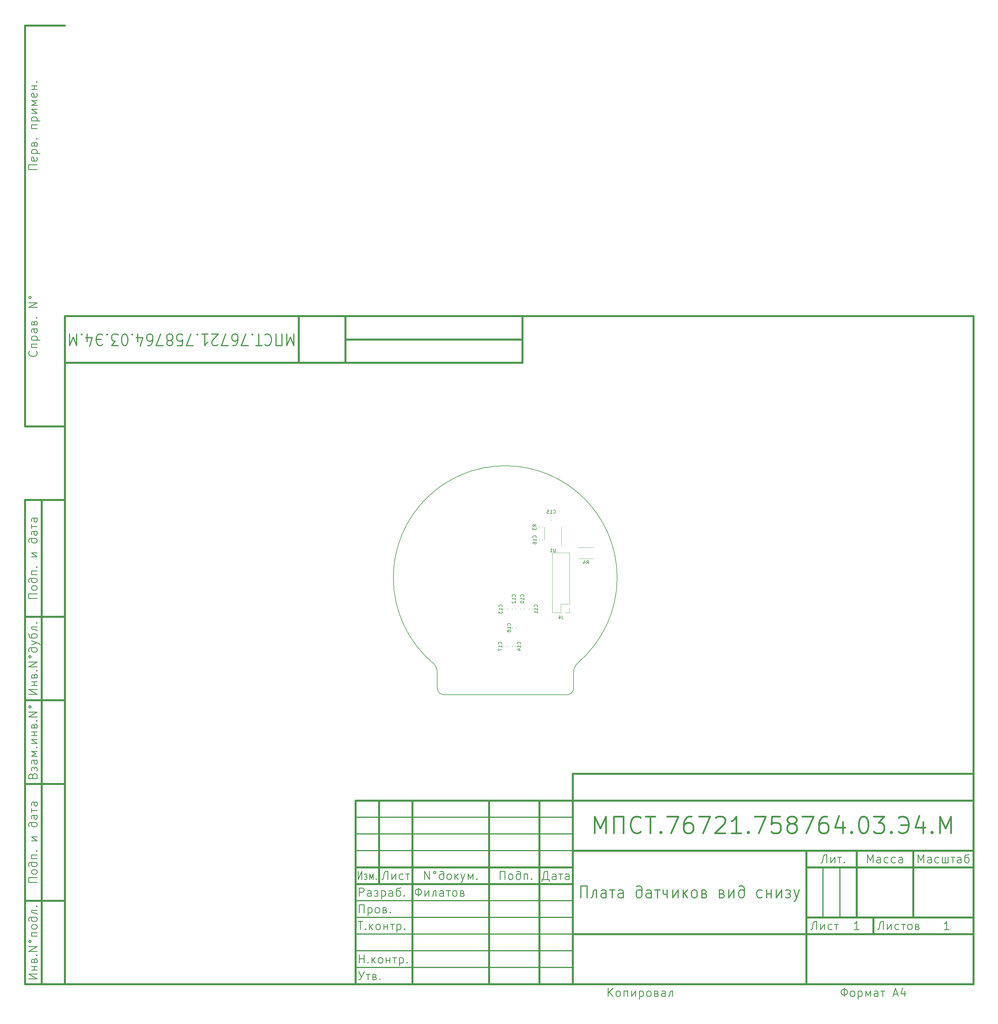
<source format=gbr>
%TF.GenerationSoftware,KiCad,Pcbnew,7.0.1*%
%TF.CreationDate,2023-12-14T23:14:27+03:00*%
%TF.ProjectId,_____ ________,1f3b3042-3020-4343-9042-47383a3e322e,rev?*%
%TF.SameCoordinates,Original*%
%TF.FileFunction,Legend,Bot*%
%TF.FilePolarity,Positive*%
%FSLAX46Y46*%
G04 Gerber Fmt 4.6, Leading zero omitted, Abs format (unit mm)*
G04 Created by KiCad (PCBNEW 7.0.1) date 2023-12-14 23:14:27*
%MOMM*%
%LPD*%
G01*
G04 APERTURE LIST*
%ADD10C,0.100000*%
%ADD11C,0.600000*%
%ADD12C,0.300000*%
%ADD13C,0.250000*%
%ADD14C,0.350000*%
%ADD15C,0.500000*%
%ADD16C,0.150000*%
%ADD17C,0.120000*%
%TA.AperFunction,Profile*%
%ADD18C,0.200000*%
%TD*%
G04 APERTURE END LIST*
D10*
D11*
X20000000Y-205007200D02*
X292002200Y-205007200D01*
X292002200Y-5000000D01*
X20000000Y-5000000D01*
X20000000Y-205007200D01*
D10*
D11*
X8000000Y-145007200D02*
X20000000Y-145007200D01*
D10*
D11*
X8000000Y-120007200D02*
X20000000Y-120007200D01*
D10*
D11*
X8000000Y-95007200D02*
X20000000Y-95007200D01*
D10*
D11*
X104000000Y-5000000D02*
X104000000Y-19000000D01*
D10*
D11*
X157000000Y-5000000D02*
X157000000Y-19000000D01*
D10*
D11*
X90000000Y-5000000D02*
X90000000Y-19000000D01*
D10*
D11*
X104000000Y-19000000D02*
X157000000Y-19000000D01*
D10*
D11*
X104000000Y-12000000D02*
X157000000Y-12000000D01*
D10*
D11*
X90000000Y-19000000D02*
X104000000Y-19000000D01*
D10*
D11*
X20000000Y-19000000D02*
X90000000Y-19000000D01*
D10*
D11*
X8000000Y-60007200D02*
X20000000Y-60007200D01*
D10*
D11*
X8000000Y-205007200D02*
X20000000Y-205007200D01*
D10*
D11*
X8000000Y-180007200D02*
X20000000Y-180007200D01*
D10*
D11*
X172002200Y-150007200D02*
X172002200Y-205007200D01*
D10*
D11*
X162002200Y-150007200D02*
X162002200Y-205007200D01*
D10*
D11*
X147002200Y-150007200D02*
X147002200Y-205007200D01*
D10*
D11*
X124002200Y-150007200D02*
X124002200Y-205007200D01*
D10*
D11*
X114002200Y-150007200D02*
X114002200Y-175007200D01*
D10*
D12*
X107002200Y-165007200D02*
X172002200Y-165007200D01*
D10*
D12*
X107002200Y-160007200D02*
X172002200Y-160007200D01*
D10*
D12*
X107002200Y-155007200D02*
X172002200Y-155007200D01*
D10*
D11*
X107002200Y-175007200D02*
X172002200Y-175007200D01*
D10*
D11*
X107002200Y-170007200D02*
X172002200Y-170007200D01*
D10*
D12*
X107002200Y-200007200D02*
X172002200Y-200007200D01*
D10*
D12*
X107002200Y-195007200D02*
X172002200Y-195007200D01*
D10*
D12*
X107002200Y-190007200D02*
X172002200Y-190007200D01*
D10*
D12*
X107002200Y-185007200D02*
X172002200Y-185007200D01*
D10*
D12*
X107002200Y-180007200D02*
X172002200Y-180007200D01*
D10*
D11*
X172002200Y-142007200D02*
X292002200Y-142007200D01*
D10*
D11*
X172002200Y-150007200D02*
X172002200Y-142007200D01*
D10*
D11*
X107002200Y-150007200D02*
X292002200Y-150007200D01*
D10*
D11*
X8000000Y-60007200D02*
X8000000Y-205007200D01*
D10*
D11*
X13000000Y-60007200D02*
X13000000Y-205007200D01*
D10*
D12*
X247002200Y-170007200D02*
X247002200Y-185007200D01*
D10*
D12*
X252002200Y-170007200D02*
X252002200Y-185007200D01*
D10*
D11*
X257002200Y-165007200D02*
X257002200Y-185007200D01*
D10*
D11*
X274002200Y-165007200D02*
X274002200Y-185007200D01*
D10*
D11*
X242002200Y-185007200D02*
X292002200Y-185007200D01*
D10*
D11*
X242002200Y-170007200D02*
X292002200Y-170007200D01*
D10*
D11*
X242002200Y-165007200D02*
X242002200Y-205007200D01*
D10*
D11*
X172002200Y-190007200D02*
X292002200Y-190007200D01*
D10*
D11*
X172002200Y-165007200D02*
X292002200Y-165007200D01*
D10*
D11*
X107002200Y-205007200D02*
X107002200Y-150007200D01*
D10*
D11*
X262002200Y-185007200D02*
X262002200Y-190007200D01*
D10*
D11*
X8000000Y81992800D02*
X20000000Y81992800D01*
D10*
D11*
X8000000Y-38007200D02*
X20000000Y-38007200D01*
D10*
D11*
X8000000Y81992800D02*
X8000000Y-38007200D01*
D10*
D13*
X127704580Y-173663747D02*
X127704580Y-171163747D01*
X127704580Y-171163747D02*
X129133151Y-173663747D01*
X129133151Y-173663747D02*
X129133151Y-171163747D01*
X130680770Y-171163747D02*
X130442675Y-171282795D01*
X130442675Y-171282795D02*
X130323628Y-171520890D01*
X130323628Y-171520890D02*
X130442675Y-171758985D01*
X130442675Y-171758985D02*
X130680770Y-171878033D01*
X130680770Y-171878033D02*
X130918866Y-171758985D01*
X130918866Y-171758985D02*
X131037913Y-171520890D01*
X131037913Y-171520890D02*
X130918866Y-171282795D01*
X130918866Y-171282795D02*
X130680770Y-171163747D01*
X133418866Y-172235176D02*
X133299818Y-172116128D01*
X133299818Y-172116128D02*
X133061723Y-171997080D01*
X133061723Y-171997080D02*
X132585532Y-171997080D01*
X132585532Y-171997080D02*
X132347437Y-172116128D01*
X132347437Y-172116128D02*
X132228390Y-172235176D01*
X132228390Y-172235176D02*
X132109342Y-172473271D01*
X132109342Y-172473271D02*
X132109342Y-173187557D01*
X132109342Y-173187557D02*
X132228390Y-173425652D01*
X132228390Y-173425652D02*
X132347437Y-173544700D01*
X132347437Y-173544700D02*
X132585532Y-173663747D01*
X132585532Y-173663747D02*
X132942675Y-173663747D01*
X132942675Y-173663747D02*
X133180771Y-173544700D01*
X133180771Y-173544700D02*
X133299818Y-173425652D01*
X133299818Y-173425652D02*
X133418866Y-173187557D01*
X133418866Y-173187557D02*
X133418866Y-171639938D01*
X133418866Y-171639938D02*
X133299818Y-171401842D01*
X133299818Y-171401842D02*
X133180771Y-171282795D01*
X133180771Y-171282795D02*
X132942675Y-171163747D01*
X132942675Y-171163747D02*
X132466485Y-171163747D01*
X132466485Y-171163747D02*
X132228390Y-171282795D01*
X134847437Y-173663747D02*
X134609342Y-173544700D01*
X134609342Y-173544700D02*
X134490295Y-173425652D01*
X134490295Y-173425652D02*
X134371247Y-173187557D01*
X134371247Y-173187557D02*
X134371247Y-172473271D01*
X134371247Y-172473271D02*
X134490295Y-172235176D01*
X134490295Y-172235176D02*
X134609342Y-172116128D01*
X134609342Y-172116128D02*
X134847437Y-171997080D01*
X134847437Y-171997080D02*
X135204580Y-171997080D01*
X135204580Y-171997080D02*
X135442676Y-172116128D01*
X135442676Y-172116128D02*
X135561723Y-172235176D01*
X135561723Y-172235176D02*
X135680771Y-172473271D01*
X135680771Y-172473271D02*
X135680771Y-173187557D01*
X135680771Y-173187557D02*
X135561723Y-173425652D01*
X135561723Y-173425652D02*
X135442676Y-173544700D01*
X135442676Y-173544700D02*
X135204580Y-173663747D01*
X135204580Y-173663747D02*
X134847437Y-173663747D01*
X136752200Y-171997080D02*
X136752200Y-173663747D01*
X136990295Y-172711366D02*
X137704581Y-173663747D01*
X137704581Y-171997080D02*
X136752200Y-172949461D01*
X138537914Y-171997080D02*
X139133152Y-173663747D01*
X139728391Y-171997080D02*
X139133152Y-173663747D01*
X139133152Y-173663747D02*
X138895057Y-174258985D01*
X138895057Y-174258985D02*
X138776010Y-174378033D01*
X138776010Y-174378033D02*
X138537914Y-174497080D01*
X140680772Y-173663747D02*
X140680772Y-171997080D01*
X140680772Y-171997080D02*
X141395057Y-173306604D01*
X141395057Y-173306604D02*
X142109343Y-171997080D01*
X142109343Y-171997080D02*
X142109343Y-173663747D01*
X143299820Y-173425652D02*
X143418867Y-173544700D01*
X143418867Y-173544700D02*
X143299820Y-173663747D01*
X143299820Y-173663747D02*
X143180772Y-173544700D01*
X143180772Y-173544700D02*
X143299820Y-173425652D01*
X143299820Y-173425652D02*
X143299820Y-173663747D01*
D10*
D13*
X10347023Y-142566723D02*
X10466071Y-142209580D01*
X10466071Y-142209580D02*
X10585119Y-142090533D01*
X10585119Y-142090533D02*
X10823214Y-141971485D01*
X10823214Y-141971485D02*
X11180357Y-141971485D01*
X11180357Y-141971485D02*
X11418452Y-142090533D01*
X11418452Y-142090533D02*
X11537500Y-142209580D01*
X11537500Y-142209580D02*
X11656547Y-142447675D01*
X11656547Y-142447675D02*
X11656547Y-143400056D01*
X11656547Y-143400056D02*
X9156547Y-143400056D01*
X9156547Y-143400056D02*
X9156547Y-142566723D01*
X9156547Y-142566723D02*
X9275595Y-142328628D01*
X9275595Y-142328628D02*
X9394642Y-142209580D01*
X9394642Y-142209580D02*
X9632738Y-142090533D01*
X9632738Y-142090533D02*
X9870833Y-142090533D01*
X9870833Y-142090533D02*
X10108928Y-142209580D01*
X10108928Y-142209580D02*
X10227976Y-142328628D01*
X10227976Y-142328628D02*
X10347023Y-142566723D01*
X10347023Y-142566723D02*
X10347023Y-143400056D01*
X10823214Y-140661961D02*
X10823214Y-140423866D01*
X10108928Y-141138152D02*
X9989880Y-140900056D01*
X9989880Y-140900056D02*
X9989880Y-140423866D01*
X9989880Y-140423866D02*
X10108928Y-140185771D01*
X10108928Y-140185771D02*
X10347023Y-140066723D01*
X10347023Y-140066723D02*
X10466071Y-140066723D01*
X10466071Y-140066723D02*
X10704166Y-140185771D01*
X10704166Y-140185771D02*
X10823214Y-140423866D01*
X10823214Y-140423866D02*
X10942261Y-140185771D01*
X10942261Y-140185771D02*
X11180357Y-140066723D01*
X11180357Y-140066723D02*
X11299404Y-140066723D01*
X11299404Y-140066723D02*
X11537500Y-140185771D01*
X11537500Y-140185771D02*
X11656547Y-140423866D01*
X11656547Y-140423866D02*
X11656547Y-140900056D01*
X11656547Y-140900056D02*
X11537500Y-141138152D01*
X11656547Y-137923866D02*
X10347023Y-137923866D01*
X10347023Y-137923866D02*
X10108928Y-138042913D01*
X10108928Y-138042913D02*
X9989880Y-138281009D01*
X9989880Y-138281009D02*
X9989880Y-138757199D01*
X9989880Y-138757199D02*
X10108928Y-138995294D01*
X11537500Y-137923866D02*
X11656547Y-138161961D01*
X11656547Y-138161961D02*
X11656547Y-138757199D01*
X11656547Y-138757199D02*
X11537500Y-138995294D01*
X11537500Y-138995294D02*
X11299404Y-139114342D01*
X11299404Y-139114342D02*
X11061309Y-139114342D01*
X11061309Y-139114342D02*
X10823214Y-138995294D01*
X10823214Y-138995294D02*
X10704166Y-138757199D01*
X10704166Y-138757199D02*
X10704166Y-138161961D01*
X10704166Y-138161961D02*
X10585119Y-137923866D01*
X11656547Y-136733389D02*
X9989880Y-136733389D01*
X9989880Y-136733389D02*
X11299404Y-136019104D01*
X11299404Y-136019104D02*
X9989880Y-135304818D01*
X9989880Y-135304818D02*
X11656547Y-135304818D01*
X11418452Y-134114341D02*
X11537500Y-133995294D01*
X11537500Y-133995294D02*
X11656547Y-134114341D01*
X11656547Y-134114341D02*
X11537500Y-134233389D01*
X11537500Y-134233389D02*
X11418452Y-134114341D01*
X11418452Y-134114341D02*
X11656547Y-134114341D01*
X9989880Y-132923865D02*
X11656547Y-132923865D01*
X11656547Y-132923865D02*
X9989880Y-131733389D01*
X9989880Y-131733389D02*
X11656547Y-131733389D01*
X10823214Y-130542913D02*
X10823214Y-129471485D01*
X9989880Y-130542913D02*
X11656547Y-130542913D01*
X9989880Y-129471485D02*
X11656547Y-129471485D01*
X10823214Y-127685770D02*
X10942261Y-127328627D01*
X10942261Y-127328627D02*
X11180357Y-127209580D01*
X11180357Y-127209580D02*
X11299404Y-127209580D01*
X11299404Y-127209580D02*
X11537500Y-127328627D01*
X11537500Y-127328627D02*
X11656547Y-127566723D01*
X11656547Y-127566723D02*
X11656547Y-128281008D01*
X11656547Y-128281008D02*
X9989880Y-128281008D01*
X9989880Y-128281008D02*
X9989880Y-127685770D01*
X9989880Y-127685770D02*
X10108928Y-127447675D01*
X10108928Y-127447675D02*
X10347023Y-127328627D01*
X10347023Y-127328627D02*
X10466071Y-127328627D01*
X10466071Y-127328627D02*
X10704166Y-127447675D01*
X10704166Y-127447675D02*
X10823214Y-127685770D01*
X10823214Y-127685770D02*
X10823214Y-128281008D01*
X11418452Y-126138151D02*
X11537500Y-126019104D01*
X11537500Y-126019104D02*
X11656547Y-126138151D01*
X11656547Y-126138151D02*
X11537500Y-126257199D01*
X11537500Y-126257199D02*
X11418452Y-126138151D01*
X11418452Y-126138151D02*
X11656547Y-126138151D01*
X11656547Y-124947675D02*
X9156547Y-124947675D01*
X9156547Y-124947675D02*
X11656547Y-123519104D01*
X11656547Y-123519104D02*
X9156547Y-123519104D01*
X9156547Y-121971485D02*
X9275595Y-122209580D01*
X9275595Y-122209580D02*
X9513690Y-122328627D01*
X9513690Y-122328627D02*
X9751785Y-122209580D01*
X9751785Y-122209580D02*
X9870833Y-121971485D01*
X9870833Y-121971485D02*
X9751785Y-121733389D01*
X9751785Y-121733389D02*
X9513690Y-121614342D01*
X9513690Y-121614342D02*
X9275595Y-121733389D01*
X9275595Y-121733389D02*
X9156547Y-121971485D01*
D10*
D13*
X164978390Y-174258985D02*
X164978390Y-173663747D01*
X164978390Y-173663747D02*
X162835532Y-173663747D01*
X162835532Y-173663747D02*
X162835532Y-174258985D01*
X164502199Y-173663747D02*
X164502199Y-171163747D01*
X164502199Y-171163747D02*
X163906961Y-171163747D01*
X163906961Y-171163747D02*
X163668866Y-171282795D01*
X163668866Y-171282795D02*
X163549818Y-171401842D01*
X163549818Y-171401842D02*
X163430770Y-171639938D01*
X163430770Y-171639938D02*
X163192675Y-173663747D01*
X167002199Y-173663747D02*
X167002199Y-172354223D01*
X167002199Y-172354223D02*
X166883152Y-172116128D01*
X166883152Y-172116128D02*
X166645056Y-171997080D01*
X166645056Y-171997080D02*
X166168866Y-171997080D01*
X166168866Y-171997080D02*
X165930771Y-172116128D01*
X167002199Y-173544700D02*
X166764104Y-173663747D01*
X166764104Y-173663747D02*
X166168866Y-173663747D01*
X166168866Y-173663747D02*
X165930771Y-173544700D01*
X165930771Y-173544700D02*
X165811723Y-173306604D01*
X165811723Y-173306604D02*
X165811723Y-173068509D01*
X165811723Y-173068509D02*
X165930771Y-172830414D01*
X165930771Y-172830414D02*
X166168866Y-172711366D01*
X166168866Y-172711366D02*
X166764104Y-172711366D01*
X166764104Y-172711366D02*
X167002199Y-172592319D01*
X167835533Y-171997080D02*
X169026009Y-171997080D01*
X168430771Y-171997080D02*
X168430771Y-173663747D01*
X170930771Y-173663747D02*
X170930771Y-172354223D01*
X170930771Y-172354223D02*
X170811724Y-172116128D01*
X170811724Y-172116128D02*
X170573628Y-171997080D01*
X170573628Y-171997080D02*
X170097438Y-171997080D01*
X170097438Y-171997080D02*
X169859343Y-172116128D01*
X170930771Y-173544700D02*
X170692676Y-173663747D01*
X170692676Y-173663747D02*
X170097438Y-173663747D01*
X170097438Y-173663747D02*
X169859343Y-173544700D01*
X169859343Y-173544700D02*
X169740295Y-173306604D01*
X169740295Y-173306604D02*
X169740295Y-173068509D01*
X169740295Y-173068509D02*
X169859343Y-172830414D01*
X169859343Y-172830414D02*
X170097438Y-172711366D01*
X170097438Y-172711366D02*
X170692676Y-172711366D01*
X170692676Y-172711366D02*
X170930771Y-172592319D01*
D10*
D13*
X107807564Y-171163747D02*
X107807564Y-173663747D01*
X107807564Y-173663747D02*
X108885419Y-171163747D01*
X108885419Y-171163747D02*
X108885419Y-173663747D01*
X109963273Y-172830414D02*
X110142915Y-172830414D01*
X109603988Y-172116128D02*
X109783630Y-171997080D01*
X109783630Y-171997080D02*
X110142915Y-171997080D01*
X110142915Y-171997080D02*
X110322558Y-172116128D01*
X110322558Y-172116128D02*
X110412379Y-172354223D01*
X110412379Y-172354223D02*
X110412379Y-172473271D01*
X110412379Y-172473271D02*
X110322558Y-172711366D01*
X110322558Y-172711366D02*
X110142915Y-172830414D01*
X110142915Y-172830414D02*
X110322558Y-172949461D01*
X110322558Y-172949461D02*
X110412379Y-173187557D01*
X110412379Y-173187557D02*
X110412379Y-173306604D01*
X110412379Y-173306604D02*
X110322558Y-173544700D01*
X110322558Y-173544700D02*
X110142915Y-173663747D01*
X110142915Y-173663747D02*
X109783630Y-173663747D01*
X109783630Y-173663747D02*
X109603988Y-173544700D01*
X111220769Y-173663747D02*
X111220769Y-171997080D01*
X111220769Y-171997080D02*
X111759697Y-173306604D01*
X111759697Y-173306604D02*
X112298624Y-171997080D01*
X112298624Y-171997080D02*
X112298624Y-173663747D01*
X113196835Y-173425652D02*
X113286657Y-173544700D01*
X113286657Y-173544700D02*
X113196835Y-173663747D01*
X113196835Y-173663747D02*
X113107014Y-173544700D01*
X113107014Y-173544700D02*
X113196835Y-173425652D01*
X113196835Y-173425652D02*
X113196835Y-173663747D01*
D10*
D13*
X9156547Y-118161961D02*
X11656547Y-118161961D01*
X11656547Y-118161961D02*
X9156547Y-116733390D01*
X9156547Y-116733390D02*
X11656547Y-116733390D01*
X10823214Y-115542913D02*
X10823214Y-114471485D01*
X9989880Y-115542913D02*
X11656547Y-115542913D01*
X9989880Y-114471485D02*
X11656547Y-114471485D01*
X10823214Y-112685770D02*
X10942261Y-112328627D01*
X10942261Y-112328627D02*
X11180357Y-112209580D01*
X11180357Y-112209580D02*
X11299404Y-112209580D01*
X11299404Y-112209580D02*
X11537500Y-112328627D01*
X11537500Y-112328627D02*
X11656547Y-112566723D01*
X11656547Y-112566723D02*
X11656547Y-113281008D01*
X11656547Y-113281008D02*
X9989880Y-113281008D01*
X9989880Y-113281008D02*
X9989880Y-112685770D01*
X9989880Y-112685770D02*
X10108928Y-112447675D01*
X10108928Y-112447675D02*
X10347023Y-112328627D01*
X10347023Y-112328627D02*
X10466071Y-112328627D01*
X10466071Y-112328627D02*
X10704166Y-112447675D01*
X10704166Y-112447675D02*
X10823214Y-112685770D01*
X10823214Y-112685770D02*
X10823214Y-113281008D01*
X11418452Y-111138151D02*
X11537500Y-111019104D01*
X11537500Y-111019104D02*
X11656547Y-111138151D01*
X11656547Y-111138151D02*
X11537500Y-111257199D01*
X11537500Y-111257199D02*
X11418452Y-111138151D01*
X11418452Y-111138151D02*
X11656547Y-111138151D01*
X11656547Y-109947675D02*
X9156547Y-109947675D01*
X9156547Y-109947675D02*
X11656547Y-108519104D01*
X11656547Y-108519104D02*
X9156547Y-108519104D01*
X9156547Y-106971485D02*
X9275595Y-107209580D01*
X9275595Y-107209580D02*
X9513690Y-107328627D01*
X9513690Y-107328627D02*
X9751785Y-107209580D01*
X9751785Y-107209580D02*
X9870833Y-106971485D01*
X9870833Y-106971485D02*
X9751785Y-106733389D01*
X9751785Y-106733389D02*
X9513690Y-106614342D01*
X9513690Y-106614342D02*
X9275595Y-106733389D01*
X9275595Y-106733389D02*
X9156547Y-106971485D01*
X10227976Y-104233389D02*
X10108928Y-104352437D01*
X10108928Y-104352437D02*
X9989880Y-104590532D01*
X9989880Y-104590532D02*
X9989880Y-105066723D01*
X9989880Y-105066723D02*
X10108928Y-105304818D01*
X10108928Y-105304818D02*
X10227976Y-105423865D01*
X10227976Y-105423865D02*
X10466071Y-105542913D01*
X10466071Y-105542913D02*
X11180357Y-105542913D01*
X11180357Y-105542913D02*
X11418452Y-105423865D01*
X11418452Y-105423865D02*
X11537500Y-105304818D01*
X11537500Y-105304818D02*
X11656547Y-105066723D01*
X11656547Y-105066723D02*
X11656547Y-104709580D01*
X11656547Y-104709580D02*
X11537500Y-104471484D01*
X11537500Y-104471484D02*
X11418452Y-104352437D01*
X11418452Y-104352437D02*
X11180357Y-104233389D01*
X11180357Y-104233389D02*
X9632738Y-104233389D01*
X9632738Y-104233389D02*
X9394642Y-104352437D01*
X9394642Y-104352437D02*
X9275595Y-104471484D01*
X9275595Y-104471484D02*
X9156547Y-104709580D01*
X9156547Y-104709580D02*
X9156547Y-105185770D01*
X9156547Y-105185770D02*
X9275595Y-105423865D01*
X9989880Y-103400056D02*
X11656547Y-102804818D01*
X9989880Y-102209579D02*
X11656547Y-102804818D01*
X11656547Y-102804818D02*
X12251785Y-103042913D01*
X12251785Y-103042913D02*
X12370833Y-103161960D01*
X12370833Y-103161960D02*
X12489880Y-103400056D01*
X9037500Y-100066722D02*
X9156547Y-100185770D01*
X9156547Y-100185770D02*
X9275595Y-100423865D01*
X9275595Y-100423865D02*
X9275595Y-100900056D01*
X9275595Y-100900056D02*
X9394642Y-101138151D01*
X9394642Y-101138151D02*
X9513690Y-101257198D01*
X9513690Y-101257198D02*
X9751785Y-101376246D01*
X9751785Y-101376246D02*
X11180357Y-101376246D01*
X11180357Y-101376246D02*
X11418452Y-101257198D01*
X11418452Y-101257198D02*
X11537500Y-101138151D01*
X11537500Y-101138151D02*
X11656547Y-100900056D01*
X11656547Y-100900056D02*
X11656547Y-100542913D01*
X11656547Y-100542913D02*
X11537500Y-100304817D01*
X11537500Y-100304817D02*
X11418452Y-100185770D01*
X11418452Y-100185770D02*
X11180357Y-100066722D01*
X11180357Y-100066722D02*
X10466071Y-100066722D01*
X10466071Y-100066722D02*
X10227976Y-100185770D01*
X10227976Y-100185770D02*
X10108928Y-100304817D01*
X10108928Y-100304817D02*
X9989880Y-100542913D01*
X9989880Y-100542913D02*
X9989880Y-101019103D01*
X9989880Y-101019103D02*
X10108928Y-101257198D01*
X10108928Y-101257198D02*
X10227976Y-101376246D01*
X11656547Y-98042912D02*
X9989880Y-98042912D01*
X9989880Y-98042912D02*
X9989880Y-98400055D01*
X9989880Y-98400055D02*
X10108928Y-98638151D01*
X10108928Y-98638151D02*
X10347023Y-98757198D01*
X10347023Y-98757198D02*
X11299404Y-98876246D01*
X11299404Y-98876246D02*
X11537500Y-98995293D01*
X11537500Y-98995293D02*
X11656547Y-99233389D01*
X11418452Y-96852436D02*
X11537500Y-96733389D01*
X11537500Y-96733389D02*
X11656547Y-96852436D01*
X11656547Y-96852436D02*
X11537500Y-96971484D01*
X11537500Y-96971484D02*
X11418452Y-96852436D01*
X11418452Y-96852436D02*
X11656547Y-96852436D01*
D10*
D13*
X9156547Y-203340533D02*
X11656547Y-203340533D01*
X11656547Y-203340533D02*
X9156547Y-201911962D01*
X9156547Y-201911962D02*
X11656547Y-201911962D01*
X10823214Y-200721485D02*
X10823214Y-199650057D01*
X9989880Y-200721485D02*
X11656547Y-200721485D01*
X9989880Y-199650057D02*
X11656547Y-199650057D01*
X10823214Y-197864342D02*
X10942261Y-197507199D01*
X10942261Y-197507199D02*
X11180357Y-197388152D01*
X11180357Y-197388152D02*
X11299404Y-197388152D01*
X11299404Y-197388152D02*
X11537500Y-197507199D01*
X11537500Y-197507199D02*
X11656547Y-197745295D01*
X11656547Y-197745295D02*
X11656547Y-198459580D01*
X11656547Y-198459580D02*
X9989880Y-198459580D01*
X9989880Y-198459580D02*
X9989880Y-197864342D01*
X9989880Y-197864342D02*
X10108928Y-197626247D01*
X10108928Y-197626247D02*
X10347023Y-197507199D01*
X10347023Y-197507199D02*
X10466071Y-197507199D01*
X10466071Y-197507199D02*
X10704166Y-197626247D01*
X10704166Y-197626247D02*
X10823214Y-197864342D01*
X10823214Y-197864342D02*
X10823214Y-198459580D01*
X11418452Y-196316723D02*
X11537500Y-196197676D01*
X11537500Y-196197676D02*
X11656547Y-196316723D01*
X11656547Y-196316723D02*
X11537500Y-196435771D01*
X11537500Y-196435771D02*
X11418452Y-196316723D01*
X11418452Y-196316723D02*
X11656547Y-196316723D01*
X11656547Y-195126247D02*
X9156547Y-195126247D01*
X9156547Y-195126247D02*
X11656547Y-193697676D01*
X11656547Y-193697676D02*
X9156547Y-193697676D01*
X9156547Y-192150057D02*
X9275595Y-192388152D01*
X9275595Y-192388152D02*
X9513690Y-192507199D01*
X9513690Y-192507199D02*
X9751785Y-192388152D01*
X9751785Y-192388152D02*
X9870833Y-192150057D01*
X9870833Y-192150057D02*
X9751785Y-191911961D01*
X9751785Y-191911961D02*
X9513690Y-191792914D01*
X9513690Y-191792914D02*
X9275595Y-191911961D01*
X9275595Y-191911961D02*
X9156547Y-192150057D01*
X11656547Y-190602437D02*
X9989880Y-190602437D01*
X9989880Y-190602437D02*
X9989880Y-189531009D01*
X9989880Y-189531009D02*
X11656547Y-189531009D01*
X11656547Y-187983390D02*
X11537500Y-188221485D01*
X11537500Y-188221485D02*
X11418452Y-188340532D01*
X11418452Y-188340532D02*
X11180357Y-188459580D01*
X11180357Y-188459580D02*
X10466071Y-188459580D01*
X10466071Y-188459580D02*
X10227976Y-188340532D01*
X10227976Y-188340532D02*
X10108928Y-188221485D01*
X10108928Y-188221485D02*
X9989880Y-187983390D01*
X9989880Y-187983390D02*
X9989880Y-187626247D01*
X9989880Y-187626247D02*
X10108928Y-187388151D01*
X10108928Y-187388151D02*
X10227976Y-187269104D01*
X10227976Y-187269104D02*
X10466071Y-187150056D01*
X10466071Y-187150056D02*
X11180357Y-187150056D01*
X11180357Y-187150056D02*
X11418452Y-187269104D01*
X11418452Y-187269104D02*
X11537500Y-187388151D01*
X11537500Y-187388151D02*
X11656547Y-187626247D01*
X11656547Y-187626247D02*
X11656547Y-187983390D01*
X10227976Y-184888151D02*
X10108928Y-185007199D01*
X10108928Y-185007199D02*
X9989880Y-185245294D01*
X9989880Y-185245294D02*
X9989880Y-185721485D01*
X9989880Y-185721485D02*
X10108928Y-185959580D01*
X10108928Y-185959580D02*
X10227976Y-186078627D01*
X10227976Y-186078627D02*
X10466071Y-186197675D01*
X10466071Y-186197675D02*
X11180357Y-186197675D01*
X11180357Y-186197675D02*
X11418452Y-186078627D01*
X11418452Y-186078627D02*
X11537500Y-185959580D01*
X11537500Y-185959580D02*
X11656547Y-185721485D01*
X11656547Y-185721485D02*
X11656547Y-185364342D01*
X11656547Y-185364342D02*
X11537500Y-185126246D01*
X11537500Y-185126246D02*
X11418452Y-185007199D01*
X11418452Y-185007199D02*
X11180357Y-184888151D01*
X11180357Y-184888151D02*
X9632738Y-184888151D01*
X9632738Y-184888151D02*
X9394642Y-185007199D01*
X9394642Y-185007199D02*
X9275595Y-185126246D01*
X9275595Y-185126246D02*
X9156547Y-185364342D01*
X9156547Y-185364342D02*
X9156547Y-185840532D01*
X9156547Y-185840532D02*
X9275595Y-186078627D01*
X11656547Y-182864341D02*
X9989880Y-182864341D01*
X9989880Y-182864341D02*
X9989880Y-183221484D01*
X9989880Y-183221484D02*
X10108928Y-183459580D01*
X10108928Y-183459580D02*
X10347023Y-183578627D01*
X10347023Y-183578627D02*
X11299404Y-183697675D01*
X11299404Y-183697675D02*
X11537500Y-183816722D01*
X11537500Y-183816722D02*
X11656547Y-184054818D01*
X11418452Y-181673865D02*
X11537500Y-181554818D01*
X11537500Y-181554818D02*
X11656547Y-181673865D01*
X11656547Y-181673865D02*
X11537500Y-181792913D01*
X11537500Y-181792913D02*
X11418452Y-181673865D01*
X11418452Y-181673865D02*
X11656547Y-181673865D01*
D10*
D13*
X182597438Y-208663747D02*
X182597438Y-206163747D01*
X184026009Y-208663747D02*
X182954580Y-207235176D01*
X184026009Y-206163747D02*
X182597438Y-207592319D01*
X185454580Y-208663747D02*
X185216485Y-208544700D01*
X185216485Y-208544700D02*
X185097438Y-208425652D01*
X185097438Y-208425652D02*
X184978390Y-208187557D01*
X184978390Y-208187557D02*
X184978390Y-207473271D01*
X184978390Y-207473271D02*
X185097438Y-207235176D01*
X185097438Y-207235176D02*
X185216485Y-207116128D01*
X185216485Y-207116128D02*
X185454580Y-206997080D01*
X185454580Y-206997080D02*
X185811723Y-206997080D01*
X185811723Y-206997080D02*
X186049819Y-207116128D01*
X186049819Y-207116128D02*
X186168866Y-207235176D01*
X186168866Y-207235176D02*
X186287914Y-207473271D01*
X186287914Y-207473271D02*
X186287914Y-208187557D01*
X186287914Y-208187557D02*
X186168866Y-208425652D01*
X186168866Y-208425652D02*
X186049819Y-208544700D01*
X186049819Y-208544700D02*
X185811723Y-208663747D01*
X185811723Y-208663747D02*
X185454580Y-208663747D01*
X187359343Y-208663747D02*
X187359343Y-206997080D01*
X187359343Y-206997080D02*
X188430771Y-206997080D01*
X188430771Y-206997080D02*
X188430771Y-208663747D01*
X189621248Y-206997080D02*
X189621248Y-208663747D01*
X189621248Y-208663747D02*
X190811724Y-206997080D01*
X190811724Y-206997080D02*
X190811724Y-208663747D01*
X192002200Y-206997080D02*
X192002200Y-209497080D01*
X192002200Y-207116128D02*
X192240295Y-206997080D01*
X192240295Y-206997080D02*
X192716485Y-206997080D01*
X192716485Y-206997080D02*
X192954581Y-207116128D01*
X192954581Y-207116128D02*
X193073628Y-207235176D01*
X193073628Y-207235176D02*
X193192676Y-207473271D01*
X193192676Y-207473271D02*
X193192676Y-208187557D01*
X193192676Y-208187557D02*
X193073628Y-208425652D01*
X193073628Y-208425652D02*
X192954581Y-208544700D01*
X192954581Y-208544700D02*
X192716485Y-208663747D01*
X192716485Y-208663747D02*
X192240295Y-208663747D01*
X192240295Y-208663747D02*
X192002200Y-208544700D01*
X194621247Y-208663747D02*
X194383152Y-208544700D01*
X194383152Y-208544700D02*
X194264105Y-208425652D01*
X194264105Y-208425652D02*
X194145057Y-208187557D01*
X194145057Y-208187557D02*
X194145057Y-207473271D01*
X194145057Y-207473271D02*
X194264105Y-207235176D01*
X194264105Y-207235176D02*
X194383152Y-207116128D01*
X194383152Y-207116128D02*
X194621247Y-206997080D01*
X194621247Y-206997080D02*
X194978390Y-206997080D01*
X194978390Y-206997080D02*
X195216486Y-207116128D01*
X195216486Y-207116128D02*
X195335533Y-207235176D01*
X195335533Y-207235176D02*
X195454581Y-207473271D01*
X195454581Y-207473271D02*
X195454581Y-208187557D01*
X195454581Y-208187557D02*
X195335533Y-208425652D01*
X195335533Y-208425652D02*
X195216486Y-208544700D01*
X195216486Y-208544700D02*
X194978390Y-208663747D01*
X194978390Y-208663747D02*
X194621247Y-208663747D01*
X197121248Y-207830414D02*
X197478391Y-207949461D01*
X197478391Y-207949461D02*
X197597438Y-208187557D01*
X197597438Y-208187557D02*
X197597438Y-208306604D01*
X197597438Y-208306604D02*
X197478391Y-208544700D01*
X197478391Y-208544700D02*
X197240295Y-208663747D01*
X197240295Y-208663747D02*
X196526010Y-208663747D01*
X196526010Y-208663747D02*
X196526010Y-206997080D01*
X196526010Y-206997080D02*
X197121248Y-206997080D01*
X197121248Y-206997080D02*
X197359343Y-207116128D01*
X197359343Y-207116128D02*
X197478391Y-207354223D01*
X197478391Y-207354223D02*
X197478391Y-207473271D01*
X197478391Y-207473271D02*
X197359343Y-207711366D01*
X197359343Y-207711366D02*
X197121248Y-207830414D01*
X197121248Y-207830414D02*
X196526010Y-207830414D01*
X199740295Y-208663747D02*
X199740295Y-207354223D01*
X199740295Y-207354223D02*
X199621248Y-207116128D01*
X199621248Y-207116128D02*
X199383152Y-206997080D01*
X199383152Y-206997080D02*
X198906962Y-206997080D01*
X198906962Y-206997080D02*
X198668867Y-207116128D01*
X199740295Y-208544700D02*
X199502200Y-208663747D01*
X199502200Y-208663747D02*
X198906962Y-208663747D01*
X198906962Y-208663747D02*
X198668867Y-208544700D01*
X198668867Y-208544700D02*
X198549819Y-208306604D01*
X198549819Y-208306604D02*
X198549819Y-208068509D01*
X198549819Y-208068509D02*
X198668867Y-207830414D01*
X198668867Y-207830414D02*
X198906962Y-207711366D01*
X198906962Y-207711366D02*
X199502200Y-207711366D01*
X199502200Y-207711366D02*
X199740295Y-207592319D01*
X201883153Y-208663747D02*
X201883153Y-206997080D01*
X201883153Y-206997080D02*
X201526010Y-206997080D01*
X201526010Y-206997080D02*
X201287914Y-207116128D01*
X201287914Y-207116128D02*
X201168867Y-207354223D01*
X201168867Y-207354223D02*
X201049819Y-208306604D01*
X201049819Y-208306604D02*
X200930772Y-208544700D01*
X200930772Y-208544700D02*
X200692676Y-208663747D01*
D10*
D13*
X245026009Y-188663747D02*
X245026009Y-186163747D01*
X245026009Y-186163747D02*
X244668866Y-186163747D01*
X244668866Y-186163747D02*
X244311723Y-186282795D01*
X244311723Y-186282795D02*
X244073628Y-186520890D01*
X244073628Y-186520890D02*
X243954580Y-186878033D01*
X243954580Y-186878033D02*
X243716485Y-188306604D01*
X243716485Y-188306604D02*
X243597438Y-188544700D01*
X243597438Y-188544700D02*
X243359342Y-188663747D01*
X243359342Y-188663747D02*
X243240295Y-188663747D01*
X246216486Y-186997080D02*
X246216486Y-188663747D01*
X246216486Y-188663747D02*
X247406962Y-186997080D01*
X247406962Y-186997080D02*
X247406962Y-188663747D01*
X249668866Y-188544700D02*
X249430771Y-188663747D01*
X249430771Y-188663747D02*
X248954580Y-188663747D01*
X248954580Y-188663747D02*
X248716485Y-188544700D01*
X248716485Y-188544700D02*
X248597438Y-188425652D01*
X248597438Y-188425652D02*
X248478390Y-188187557D01*
X248478390Y-188187557D02*
X248478390Y-187473271D01*
X248478390Y-187473271D02*
X248597438Y-187235176D01*
X248597438Y-187235176D02*
X248716485Y-187116128D01*
X248716485Y-187116128D02*
X248954580Y-186997080D01*
X248954580Y-186997080D02*
X249430771Y-186997080D01*
X249430771Y-186997080D02*
X249668866Y-187116128D01*
X250383152Y-186997080D02*
X251573628Y-186997080D01*
X250978390Y-186997080D02*
X250978390Y-188663747D01*
D10*
D13*
X116621247Y-173663747D02*
X116621247Y-171163747D01*
X116621247Y-171163747D02*
X116264104Y-171163747D01*
X116264104Y-171163747D02*
X115906961Y-171282795D01*
X115906961Y-171282795D02*
X115668866Y-171520890D01*
X115668866Y-171520890D02*
X115549818Y-171878033D01*
X115549818Y-171878033D02*
X115311723Y-173306604D01*
X115311723Y-173306604D02*
X115192676Y-173544700D01*
X115192676Y-173544700D02*
X114954580Y-173663747D01*
X114954580Y-173663747D02*
X114835533Y-173663747D01*
X117811724Y-171997080D02*
X117811724Y-173663747D01*
X117811724Y-173663747D02*
X119002200Y-171997080D01*
X119002200Y-171997080D02*
X119002200Y-173663747D01*
X121264104Y-173544700D02*
X121026009Y-173663747D01*
X121026009Y-173663747D02*
X120549818Y-173663747D01*
X120549818Y-173663747D02*
X120311723Y-173544700D01*
X120311723Y-173544700D02*
X120192676Y-173425652D01*
X120192676Y-173425652D02*
X120073628Y-173187557D01*
X120073628Y-173187557D02*
X120073628Y-172473271D01*
X120073628Y-172473271D02*
X120192676Y-172235176D01*
X120192676Y-172235176D02*
X120311723Y-172116128D01*
X120311723Y-172116128D02*
X120549818Y-171997080D01*
X120549818Y-171997080D02*
X121026009Y-171997080D01*
X121026009Y-171997080D02*
X121264104Y-172116128D01*
X121978390Y-171997080D02*
X123168866Y-171997080D01*
X122573628Y-171997080D02*
X122573628Y-173663747D01*
D10*
D13*
X265026009Y-188663747D02*
X265026009Y-186163747D01*
X265026009Y-186163747D02*
X264668866Y-186163747D01*
X264668866Y-186163747D02*
X264311723Y-186282795D01*
X264311723Y-186282795D02*
X264073628Y-186520890D01*
X264073628Y-186520890D02*
X263954580Y-186878033D01*
X263954580Y-186878033D02*
X263716485Y-188306604D01*
X263716485Y-188306604D02*
X263597438Y-188544700D01*
X263597438Y-188544700D02*
X263359342Y-188663747D01*
X263359342Y-188663747D02*
X263240295Y-188663747D01*
X266216486Y-186997080D02*
X266216486Y-188663747D01*
X266216486Y-188663747D02*
X267406962Y-186997080D01*
X267406962Y-186997080D02*
X267406962Y-188663747D01*
X269668866Y-188544700D02*
X269430771Y-188663747D01*
X269430771Y-188663747D02*
X268954580Y-188663747D01*
X268954580Y-188663747D02*
X268716485Y-188544700D01*
X268716485Y-188544700D02*
X268597438Y-188425652D01*
X268597438Y-188425652D02*
X268478390Y-188187557D01*
X268478390Y-188187557D02*
X268478390Y-187473271D01*
X268478390Y-187473271D02*
X268597438Y-187235176D01*
X268597438Y-187235176D02*
X268716485Y-187116128D01*
X268716485Y-187116128D02*
X268954580Y-186997080D01*
X268954580Y-186997080D02*
X269430771Y-186997080D01*
X269430771Y-186997080D02*
X269668866Y-187116128D01*
X270383152Y-186997080D02*
X271573628Y-186997080D01*
X270978390Y-186997080D02*
X270978390Y-188663747D01*
X272764104Y-188663747D02*
X272526009Y-188544700D01*
X272526009Y-188544700D02*
X272406962Y-188425652D01*
X272406962Y-188425652D02*
X272287914Y-188187557D01*
X272287914Y-188187557D02*
X272287914Y-187473271D01*
X272287914Y-187473271D02*
X272406962Y-187235176D01*
X272406962Y-187235176D02*
X272526009Y-187116128D01*
X272526009Y-187116128D02*
X272764104Y-186997080D01*
X272764104Y-186997080D02*
X273121247Y-186997080D01*
X273121247Y-186997080D02*
X273359343Y-187116128D01*
X273359343Y-187116128D02*
X273478390Y-187235176D01*
X273478390Y-187235176D02*
X273597438Y-187473271D01*
X273597438Y-187473271D02*
X273597438Y-188187557D01*
X273597438Y-188187557D02*
X273478390Y-188425652D01*
X273478390Y-188425652D02*
X273359343Y-188544700D01*
X273359343Y-188544700D02*
X273121247Y-188663747D01*
X273121247Y-188663747D02*
X272764104Y-188663747D01*
X275264105Y-187830414D02*
X275621248Y-187949461D01*
X275621248Y-187949461D02*
X275740295Y-188187557D01*
X275740295Y-188187557D02*
X275740295Y-188306604D01*
X275740295Y-188306604D02*
X275621248Y-188544700D01*
X275621248Y-188544700D02*
X275383152Y-188663747D01*
X275383152Y-188663747D02*
X274668867Y-188663747D01*
X274668867Y-188663747D02*
X274668867Y-186997080D01*
X274668867Y-186997080D02*
X275264105Y-186997080D01*
X275264105Y-186997080D02*
X275502200Y-187116128D01*
X275502200Y-187116128D02*
X275621248Y-187354223D01*
X275621248Y-187354223D02*
X275621248Y-187473271D01*
X275621248Y-187473271D02*
X275502200Y-187711366D01*
X275502200Y-187711366D02*
X275264105Y-187830414D01*
X275264105Y-187830414D02*
X274668867Y-187830414D01*
D10*
D13*
X248097438Y-168663747D02*
X248097438Y-166163747D01*
X248097438Y-166163747D02*
X247740295Y-166163747D01*
X247740295Y-166163747D02*
X247383152Y-166282795D01*
X247383152Y-166282795D02*
X247145057Y-166520890D01*
X247145057Y-166520890D02*
X247026009Y-166878033D01*
X247026009Y-166878033D02*
X246787914Y-168306604D01*
X246787914Y-168306604D02*
X246668867Y-168544700D01*
X246668867Y-168544700D02*
X246430771Y-168663747D01*
X246430771Y-168663747D02*
X246311724Y-168663747D01*
X249287915Y-166997080D02*
X249287915Y-168663747D01*
X249287915Y-168663747D02*
X250478391Y-166997080D01*
X250478391Y-166997080D02*
X250478391Y-168663747D01*
X251311724Y-166997080D02*
X252502200Y-166997080D01*
X251906962Y-166997080D02*
X251906962Y-168663747D01*
X253335534Y-168425652D02*
X253454581Y-168544700D01*
X253454581Y-168544700D02*
X253335534Y-168663747D01*
X253335534Y-168663747D02*
X253216486Y-168544700D01*
X253216486Y-168544700D02*
X253335534Y-168425652D01*
X253335534Y-168425652D02*
X253335534Y-168663747D01*
D10*
D13*
X260264105Y-168663747D02*
X260264105Y-166163747D01*
X260264105Y-166163747D02*
X261097438Y-167949461D01*
X261097438Y-167949461D02*
X261930771Y-166163747D01*
X261930771Y-166163747D02*
X261930771Y-168663747D01*
X264192676Y-168663747D02*
X264192676Y-167354223D01*
X264192676Y-167354223D02*
X264073629Y-167116128D01*
X264073629Y-167116128D02*
X263835533Y-166997080D01*
X263835533Y-166997080D02*
X263359343Y-166997080D01*
X263359343Y-166997080D02*
X263121248Y-167116128D01*
X264192676Y-168544700D02*
X263954581Y-168663747D01*
X263954581Y-168663747D02*
X263359343Y-168663747D01*
X263359343Y-168663747D02*
X263121248Y-168544700D01*
X263121248Y-168544700D02*
X263002200Y-168306604D01*
X263002200Y-168306604D02*
X263002200Y-168068509D01*
X263002200Y-168068509D02*
X263121248Y-167830414D01*
X263121248Y-167830414D02*
X263359343Y-167711366D01*
X263359343Y-167711366D02*
X263954581Y-167711366D01*
X263954581Y-167711366D02*
X264192676Y-167592319D01*
X266454581Y-168544700D02*
X266216486Y-168663747D01*
X266216486Y-168663747D02*
X265740295Y-168663747D01*
X265740295Y-168663747D02*
X265502200Y-168544700D01*
X265502200Y-168544700D02*
X265383153Y-168425652D01*
X265383153Y-168425652D02*
X265264105Y-168187557D01*
X265264105Y-168187557D02*
X265264105Y-167473271D01*
X265264105Y-167473271D02*
X265383153Y-167235176D01*
X265383153Y-167235176D02*
X265502200Y-167116128D01*
X265502200Y-167116128D02*
X265740295Y-166997080D01*
X265740295Y-166997080D02*
X266216486Y-166997080D01*
X266216486Y-166997080D02*
X266454581Y-167116128D01*
X268597438Y-168544700D02*
X268359343Y-168663747D01*
X268359343Y-168663747D02*
X267883152Y-168663747D01*
X267883152Y-168663747D02*
X267645057Y-168544700D01*
X267645057Y-168544700D02*
X267526010Y-168425652D01*
X267526010Y-168425652D02*
X267406962Y-168187557D01*
X267406962Y-168187557D02*
X267406962Y-167473271D01*
X267406962Y-167473271D02*
X267526010Y-167235176D01*
X267526010Y-167235176D02*
X267645057Y-167116128D01*
X267645057Y-167116128D02*
X267883152Y-166997080D01*
X267883152Y-166997080D02*
X268359343Y-166997080D01*
X268359343Y-166997080D02*
X268597438Y-167116128D01*
X270740295Y-168663747D02*
X270740295Y-167354223D01*
X270740295Y-167354223D02*
X270621248Y-167116128D01*
X270621248Y-167116128D02*
X270383152Y-166997080D01*
X270383152Y-166997080D02*
X269906962Y-166997080D01*
X269906962Y-166997080D02*
X269668867Y-167116128D01*
X270740295Y-168544700D02*
X270502200Y-168663747D01*
X270502200Y-168663747D02*
X269906962Y-168663747D01*
X269906962Y-168663747D02*
X269668867Y-168544700D01*
X269668867Y-168544700D02*
X269549819Y-168306604D01*
X269549819Y-168306604D02*
X269549819Y-168068509D01*
X269549819Y-168068509D02*
X269668867Y-167830414D01*
X269668867Y-167830414D02*
X269906962Y-167711366D01*
X269906962Y-167711366D02*
X270502200Y-167711366D01*
X270502200Y-167711366D02*
X270740295Y-167592319D01*
D10*
D13*
X275442676Y-168663747D02*
X275442676Y-166163747D01*
X275442676Y-166163747D02*
X276276009Y-167949461D01*
X276276009Y-167949461D02*
X277109342Y-166163747D01*
X277109342Y-166163747D02*
X277109342Y-168663747D01*
X279371247Y-168663747D02*
X279371247Y-167354223D01*
X279371247Y-167354223D02*
X279252200Y-167116128D01*
X279252200Y-167116128D02*
X279014104Y-166997080D01*
X279014104Y-166997080D02*
X278537914Y-166997080D01*
X278537914Y-166997080D02*
X278299819Y-167116128D01*
X279371247Y-168544700D02*
X279133152Y-168663747D01*
X279133152Y-168663747D02*
X278537914Y-168663747D01*
X278537914Y-168663747D02*
X278299819Y-168544700D01*
X278299819Y-168544700D02*
X278180771Y-168306604D01*
X278180771Y-168306604D02*
X278180771Y-168068509D01*
X278180771Y-168068509D02*
X278299819Y-167830414D01*
X278299819Y-167830414D02*
X278537914Y-167711366D01*
X278537914Y-167711366D02*
X279133152Y-167711366D01*
X279133152Y-167711366D02*
X279371247Y-167592319D01*
X281633152Y-168544700D02*
X281395057Y-168663747D01*
X281395057Y-168663747D02*
X280918866Y-168663747D01*
X280918866Y-168663747D02*
X280680771Y-168544700D01*
X280680771Y-168544700D02*
X280561724Y-168425652D01*
X280561724Y-168425652D02*
X280442676Y-168187557D01*
X280442676Y-168187557D02*
X280442676Y-167473271D01*
X280442676Y-167473271D02*
X280561724Y-167235176D01*
X280561724Y-167235176D02*
X280680771Y-167116128D01*
X280680771Y-167116128D02*
X280918866Y-166997080D01*
X280918866Y-166997080D02*
X281395057Y-166997080D01*
X281395057Y-166997080D02*
X281633152Y-167116128D01*
X283537914Y-166997080D02*
X283537914Y-168663747D01*
X282704581Y-166997080D02*
X282704581Y-168663747D01*
X282704581Y-168663747D02*
X284371247Y-168663747D01*
X284371247Y-168663747D02*
X284371247Y-166997080D01*
X285204581Y-166997080D02*
X286395057Y-166997080D01*
X285799819Y-166997080D02*
X285799819Y-168663747D01*
X288299819Y-168663747D02*
X288299819Y-167354223D01*
X288299819Y-167354223D02*
X288180772Y-167116128D01*
X288180772Y-167116128D02*
X287942676Y-166997080D01*
X287942676Y-166997080D02*
X287466486Y-166997080D01*
X287466486Y-166997080D02*
X287228391Y-167116128D01*
X288299819Y-168544700D02*
X288061724Y-168663747D01*
X288061724Y-168663747D02*
X287466486Y-168663747D01*
X287466486Y-168663747D02*
X287228391Y-168544700D01*
X287228391Y-168544700D02*
X287109343Y-168306604D01*
X287109343Y-168306604D02*
X287109343Y-168068509D01*
X287109343Y-168068509D02*
X287228391Y-167830414D01*
X287228391Y-167830414D02*
X287466486Y-167711366D01*
X287466486Y-167711366D02*
X288061724Y-167711366D01*
X288061724Y-167711366D02*
X288299819Y-167592319D01*
X290680772Y-166044700D02*
X290561724Y-166163747D01*
X290561724Y-166163747D02*
X290323629Y-166282795D01*
X290323629Y-166282795D02*
X289847438Y-166282795D01*
X289847438Y-166282795D02*
X289609343Y-166401842D01*
X289609343Y-166401842D02*
X289490296Y-166520890D01*
X289490296Y-166520890D02*
X289371248Y-166758985D01*
X289371248Y-166758985D02*
X289371248Y-168187557D01*
X289371248Y-168187557D02*
X289490296Y-168425652D01*
X289490296Y-168425652D02*
X289609343Y-168544700D01*
X289609343Y-168544700D02*
X289847438Y-168663747D01*
X289847438Y-168663747D02*
X290204581Y-168663747D01*
X290204581Y-168663747D02*
X290442677Y-168544700D01*
X290442677Y-168544700D02*
X290561724Y-168425652D01*
X290561724Y-168425652D02*
X290680772Y-168187557D01*
X290680772Y-168187557D02*
X290680772Y-167473271D01*
X290680772Y-167473271D02*
X290561724Y-167235176D01*
X290561724Y-167235176D02*
X290442677Y-167116128D01*
X290442677Y-167116128D02*
X290204581Y-166997080D01*
X290204581Y-166997080D02*
X289728391Y-166997080D01*
X289728391Y-166997080D02*
X289490296Y-167116128D01*
X289490296Y-167116128D02*
X289371248Y-167235176D01*
D10*
D13*
X108097438Y-198663747D02*
X108097438Y-196163747D01*
X108097438Y-197354223D02*
X109526009Y-197354223D01*
X109526009Y-198663747D02*
X109526009Y-196163747D01*
X110716486Y-198425652D02*
X110835533Y-198544700D01*
X110835533Y-198544700D02*
X110716486Y-198663747D01*
X110716486Y-198663747D02*
X110597438Y-198544700D01*
X110597438Y-198544700D02*
X110716486Y-198425652D01*
X110716486Y-198425652D02*
X110716486Y-198663747D01*
X111906962Y-196997080D02*
X111906962Y-198663747D01*
X112145057Y-197711366D02*
X112859343Y-198663747D01*
X112859343Y-196997080D02*
X111906962Y-197949461D01*
X114287914Y-198663747D02*
X114049819Y-198544700D01*
X114049819Y-198544700D02*
X113930772Y-198425652D01*
X113930772Y-198425652D02*
X113811724Y-198187557D01*
X113811724Y-198187557D02*
X113811724Y-197473271D01*
X113811724Y-197473271D02*
X113930772Y-197235176D01*
X113930772Y-197235176D02*
X114049819Y-197116128D01*
X114049819Y-197116128D02*
X114287914Y-196997080D01*
X114287914Y-196997080D02*
X114645057Y-196997080D01*
X114645057Y-196997080D02*
X114883153Y-197116128D01*
X114883153Y-197116128D02*
X115002200Y-197235176D01*
X115002200Y-197235176D02*
X115121248Y-197473271D01*
X115121248Y-197473271D02*
X115121248Y-198187557D01*
X115121248Y-198187557D02*
X115002200Y-198425652D01*
X115002200Y-198425652D02*
X114883153Y-198544700D01*
X114883153Y-198544700D02*
X114645057Y-198663747D01*
X114645057Y-198663747D02*
X114287914Y-198663747D01*
X116192677Y-197830414D02*
X117264105Y-197830414D01*
X116192677Y-196997080D02*
X116192677Y-198663747D01*
X117264105Y-196997080D02*
X117264105Y-198663747D01*
X118097439Y-196997080D02*
X119287915Y-196997080D01*
X118692677Y-196997080D02*
X118692677Y-198663747D01*
X120121249Y-196997080D02*
X120121249Y-199497080D01*
X120121249Y-197116128D02*
X120359344Y-196997080D01*
X120359344Y-196997080D02*
X120835534Y-196997080D01*
X120835534Y-196997080D02*
X121073630Y-197116128D01*
X121073630Y-197116128D02*
X121192677Y-197235176D01*
X121192677Y-197235176D02*
X121311725Y-197473271D01*
X121311725Y-197473271D02*
X121311725Y-198187557D01*
X121311725Y-198187557D02*
X121192677Y-198425652D01*
X121192677Y-198425652D02*
X121073630Y-198544700D01*
X121073630Y-198544700D02*
X120835534Y-198663747D01*
X120835534Y-198663747D02*
X120359344Y-198663747D01*
X120359344Y-198663747D02*
X120121249Y-198544700D01*
X122383154Y-198425652D02*
X122502201Y-198544700D01*
X122502201Y-198544700D02*
X122383154Y-198663747D01*
X122383154Y-198663747D02*
X122264106Y-198544700D01*
X122264106Y-198544700D02*
X122383154Y-198425652D01*
X122383154Y-198425652D02*
X122383154Y-198663747D01*
D10*
D13*
X11656547Y38897562D02*
X9156547Y38897562D01*
X9156547Y38897562D02*
X9156547Y40326133D01*
X9156547Y40326133D02*
X11656547Y40326133D01*
X11537500Y42468991D02*
X11656547Y42230895D01*
X11656547Y42230895D02*
X11656547Y41754705D01*
X11656547Y41754705D02*
X11537500Y41516610D01*
X11537500Y41516610D02*
X11299404Y41397562D01*
X11299404Y41397562D02*
X10347023Y41397562D01*
X10347023Y41397562D02*
X10108928Y41516610D01*
X10108928Y41516610D02*
X9989880Y41754705D01*
X9989880Y41754705D02*
X9989880Y42230895D01*
X9989880Y42230895D02*
X10108928Y42468991D01*
X10108928Y42468991D02*
X10347023Y42588038D01*
X10347023Y42588038D02*
X10585119Y42588038D01*
X10585119Y42588038D02*
X10823214Y41397562D01*
X9989880Y43659467D02*
X12489880Y43659467D01*
X10108928Y43659467D02*
X9989880Y43897562D01*
X9989880Y43897562D02*
X9989880Y44373752D01*
X9989880Y44373752D02*
X10108928Y44611848D01*
X10108928Y44611848D02*
X10227976Y44730895D01*
X10227976Y44730895D02*
X10466071Y44849943D01*
X10466071Y44849943D02*
X11180357Y44849943D01*
X11180357Y44849943D02*
X11418452Y44730895D01*
X11418452Y44730895D02*
X11537500Y44611848D01*
X11537500Y44611848D02*
X11656547Y44373752D01*
X11656547Y44373752D02*
X11656547Y43897562D01*
X11656547Y43897562D02*
X11537500Y43659467D01*
X10823214Y46516610D02*
X10942261Y46873753D01*
X10942261Y46873753D02*
X11180357Y46992800D01*
X11180357Y46992800D02*
X11299404Y46992800D01*
X11299404Y46992800D02*
X11537500Y46873753D01*
X11537500Y46873753D02*
X11656547Y46635657D01*
X11656547Y46635657D02*
X11656547Y45921372D01*
X11656547Y45921372D02*
X9989880Y45921372D01*
X9989880Y45921372D02*
X9989880Y46516610D01*
X9989880Y46516610D02*
X10108928Y46754705D01*
X10108928Y46754705D02*
X10347023Y46873753D01*
X10347023Y46873753D02*
X10466071Y46873753D01*
X10466071Y46873753D02*
X10704166Y46754705D01*
X10704166Y46754705D02*
X10823214Y46516610D01*
X10823214Y46516610D02*
X10823214Y45921372D01*
X11418452Y48064229D02*
X11537500Y48183276D01*
X11537500Y48183276D02*
X11656547Y48064229D01*
X11656547Y48064229D02*
X11537500Y47945181D01*
X11537500Y47945181D02*
X11418452Y48064229D01*
X11418452Y48064229D02*
X11656547Y48064229D01*
X11656547Y51159467D02*
X9989880Y51159467D01*
X9989880Y51159467D02*
X9989880Y52230895D01*
X9989880Y52230895D02*
X11656547Y52230895D01*
X9989880Y53421372D02*
X12489880Y53421372D01*
X10108928Y53421372D02*
X9989880Y53659467D01*
X9989880Y53659467D02*
X9989880Y54135657D01*
X9989880Y54135657D02*
X10108928Y54373753D01*
X10108928Y54373753D02*
X10227976Y54492800D01*
X10227976Y54492800D02*
X10466071Y54611848D01*
X10466071Y54611848D02*
X11180357Y54611848D01*
X11180357Y54611848D02*
X11418452Y54492800D01*
X11418452Y54492800D02*
X11537500Y54373753D01*
X11537500Y54373753D02*
X11656547Y54135657D01*
X11656547Y54135657D02*
X11656547Y53659467D01*
X11656547Y53659467D02*
X11537500Y53421372D01*
X9989880Y55683277D02*
X11656547Y55683277D01*
X11656547Y55683277D02*
X9989880Y56873753D01*
X9989880Y56873753D02*
X11656547Y56873753D01*
X11656547Y58064229D02*
X9989880Y58064229D01*
X9989880Y58064229D02*
X11299404Y58778514D01*
X11299404Y58778514D02*
X9989880Y59492800D01*
X9989880Y59492800D02*
X11656547Y59492800D01*
X11537500Y61635658D02*
X11656547Y61397562D01*
X11656547Y61397562D02*
X11656547Y60921372D01*
X11656547Y60921372D02*
X11537500Y60683277D01*
X11537500Y60683277D02*
X11299404Y60564229D01*
X11299404Y60564229D02*
X10347023Y60564229D01*
X10347023Y60564229D02*
X10108928Y60683277D01*
X10108928Y60683277D02*
X9989880Y60921372D01*
X9989880Y60921372D02*
X9989880Y61397562D01*
X9989880Y61397562D02*
X10108928Y61635658D01*
X10108928Y61635658D02*
X10347023Y61754705D01*
X10347023Y61754705D02*
X10585119Y61754705D01*
X10585119Y61754705D02*
X10823214Y60564229D01*
X10823214Y62826134D02*
X10823214Y63897562D01*
X9989880Y62826134D02*
X11656547Y62826134D01*
X9989880Y63897562D02*
X11656547Y63897562D01*
X11418452Y65088039D02*
X11537500Y65207086D01*
X11537500Y65207086D02*
X11656547Y65088039D01*
X11656547Y65088039D02*
X11537500Y64968991D01*
X11537500Y64968991D02*
X11418452Y65088039D01*
X11418452Y65088039D02*
X11656547Y65088039D01*
D10*
D13*
X11656547Y-174531009D02*
X9156547Y-174531009D01*
X9156547Y-174531009D02*
X9156547Y-173102438D01*
X9156547Y-173102438D02*
X11656547Y-173102438D01*
X11656547Y-171554819D02*
X11537500Y-171792914D01*
X11537500Y-171792914D02*
X11418452Y-171911961D01*
X11418452Y-171911961D02*
X11180357Y-172031009D01*
X11180357Y-172031009D02*
X10466071Y-172031009D01*
X10466071Y-172031009D02*
X10227976Y-171911961D01*
X10227976Y-171911961D02*
X10108928Y-171792914D01*
X10108928Y-171792914D02*
X9989880Y-171554819D01*
X9989880Y-171554819D02*
X9989880Y-171197676D01*
X9989880Y-171197676D02*
X10108928Y-170959580D01*
X10108928Y-170959580D02*
X10227976Y-170840533D01*
X10227976Y-170840533D02*
X10466071Y-170721485D01*
X10466071Y-170721485D02*
X11180357Y-170721485D01*
X11180357Y-170721485D02*
X11418452Y-170840533D01*
X11418452Y-170840533D02*
X11537500Y-170959580D01*
X11537500Y-170959580D02*
X11656547Y-171197676D01*
X11656547Y-171197676D02*
X11656547Y-171554819D01*
X10227976Y-168459580D02*
X10108928Y-168578628D01*
X10108928Y-168578628D02*
X9989880Y-168816723D01*
X9989880Y-168816723D02*
X9989880Y-169292914D01*
X9989880Y-169292914D02*
X10108928Y-169531009D01*
X10108928Y-169531009D02*
X10227976Y-169650056D01*
X10227976Y-169650056D02*
X10466071Y-169769104D01*
X10466071Y-169769104D02*
X11180357Y-169769104D01*
X11180357Y-169769104D02*
X11418452Y-169650056D01*
X11418452Y-169650056D02*
X11537500Y-169531009D01*
X11537500Y-169531009D02*
X11656547Y-169292914D01*
X11656547Y-169292914D02*
X11656547Y-168935771D01*
X11656547Y-168935771D02*
X11537500Y-168697675D01*
X11537500Y-168697675D02*
X11418452Y-168578628D01*
X11418452Y-168578628D02*
X11180357Y-168459580D01*
X11180357Y-168459580D02*
X9632738Y-168459580D01*
X9632738Y-168459580D02*
X9394642Y-168578628D01*
X9394642Y-168578628D02*
X9275595Y-168697675D01*
X9275595Y-168697675D02*
X9156547Y-168935771D01*
X9156547Y-168935771D02*
X9156547Y-169411961D01*
X9156547Y-169411961D02*
X9275595Y-169650056D01*
X11656547Y-167388151D02*
X9989880Y-167388151D01*
X9989880Y-167388151D02*
X9989880Y-166316723D01*
X9989880Y-166316723D02*
X11656547Y-166316723D01*
X11418452Y-165126246D02*
X11537500Y-165007199D01*
X11537500Y-165007199D02*
X11656547Y-165126246D01*
X11656547Y-165126246D02*
X11537500Y-165245294D01*
X11537500Y-165245294D02*
X11418452Y-165126246D01*
X11418452Y-165126246D02*
X11656547Y-165126246D01*
X9989880Y-162031008D02*
X11656547Y-162031008D01*
X11656547Y-162031008D02*
X9989880Y-160840532D01*
X9989880Y-160840532D02*
X11656547Y-160840532D01*
X10227976Y-156554818D02*
X10108928Y-156673866D01*
X10108928Y-156673866D02*
X9989880Y-156911961D01*
X9989880Y-156911961D02*
X9989880Y-157388152D01*
X9989880Y-157388152D02*
X10108928Y-157626247D01*
X10108928Y-157626247D02*
X10227976Y-157745294D01*
X10227976Y-157745294D02*
X10466071Y-157864342D01*
X10466071Y-157864342D02*
X11180357Y-157864342D01*
X11180357Y-157864342D02*
X11418452Y-157745294D01*
X11418452Y-157745294D02*
X11537500Y-157626247D01*
X11537500Y-157626247D02*
X11656547Y-157388152D01*
X11656547Y-157388152D02*
X11656547Y-157031009D01*
X11656547Y-157031009D02*
X11537500Y-156792913D01*
X11537500Y-156792913D02*
X11418452Y-156673866D01*
X11418452Y-156673866D02*
X11180357Y-156554818D01*
X11180357Y-156554818D02*
X9632738Y-156554818D01*
X9632738Y-156554818D02*
X9394642Y-156673866D01*
X9394642Y-156673866D02*
X9275595Y-156792913D01*
X9275595Y-156792913D02*
X9156547Y-157031009D01*
X9156547Y-157031009D02*
X9156547Y-157507199D01*
X9156547Y-157507199D02*
X9275595Y-157745294D01*
X11656547Y-154411961D02*
X10347023Y-154411961D01*
X10347023Y-154411961D02*
X10108928Y-154531008D01*
X10108928Y-154531008D02*
X9989880Y-154769104D01*
X9989880Y-154769104D02*
X9989880Y-155245294D01*
X9989880Y-155245294D02*
X10108928Y-155483389D01*
X11537500Y-154411961D02*
X11656547Y-154650056D01*
X11656547Y-154650056D02*
X11656547Y-155245294D01*
X11656547Y-155245294D02*
X11537500Y-155483389D01*
X11537500Y-155483389D02*
X11299404Y-155602437D01*
X11299404Y-155602437D02*
X11061309Y-155602437D01*
X11061309Y-155602437D02*
X10823214Y-155483389D01*
X10823214Y-155483389D02*
X10704166Y-155245294D01*
X10704166Y-155245294D02*
X10704166Y-154650056D01*
X10704166Y-154650056D02*
X10585119Y-154411961D01*
X9989880Y-153578627D02*
X9989880Y-152388151D01*
X9989880Y-152983389D02*
X11656547Y-152983389D01*
X11656547Y-150483389D02*
X10347023Y-150483389D01*
X10347023Y-150483389D02*
X10108928Y-150602436D01*
X10108928Y-150602436D02*
X9989880Y-150840532D01*
X9989880Y-150840532D02*
X9989880Y-151316722D01*
X9989880Y-151316722D02*
X10108928Y-151554817D01*
X11537500Y-150483389D02*
X11656547Y-150721484D01*
X11656547Y-150721484D02*
X11656547Y-151316722D01*
X11656547Y-151316722D02*
X11537500Y-151554817D01*
X11537500Y-151554817D02*
X11299404Y-151673865D01*
X11299404Y-151673865D02*
X11061309Y-151673865D01*
X11061309Y-151673865D02*
X10823214Y-151554817D01*
X10823214Y-151554817D02*
X10704166Y-151316722D01*
X10704166Y-151316722D02*
X10704166Y-150721484D01*
X10704166Y-150721484D02*
X10585119Y-150483389D01*
D10*
D13*
X11656547Y-89531009D02*
X9156547Y-89531009D01*
X9156547Y-89531009D02*
X9156547Y-88102438D01*
X9156547Y-88102438D02*
X11656547Y-88102438D01*
X11656547Y-86554819D02*
X11537500Y-86792914D01*
X11537500Y-86792914D02*
X11418452Y-86911961D01*
X11418452Y-86911961D02*
X11180357Y-87031009D01*
X11180357Y-87031009D02*
X10466071Y-87031009D01*
X10466071Y-87031009D02*
X10227976Y-86911961D01*
X10227976Y-86911961D02*
X10108928Y-86792914D01*
X10108928Y-86792914D02*
X9989880Y-86554819D01*
X9989880Y-86554819D02*
X9989880Y-86197676D01*
X9989880Y-86197676D02*
X10108928Y-85959580D01*
X10108928Y-85959580D02*
X10227976Y-85840533D01*
X10227976Y-85840533D02*
X10466071Y-85721485D01*
X10466071Y-85721485D02*
X11180357Y-85721485D01*
X11180357Y-85721485D02*
X11418452Y-85840533D01*
X11418452Y-85840533D02*
X11537500Y-85959580D01*
X11537500Y-85959580D02*
X11656547Y-86197676D01*
X11656547Y-86197676D02*
X11656547Y-86554819D01*
X10227976Y-83459580D02*
X10108928Y-83578628D01*
X10108928Y-83578628D02*
X9989880Y-83816723D01*
X9989880Y-83816723D02*
X9989880Y-84292914D01*
X9989880Y-84292914D02*
X10108928Y-84531009D01*
X10108928Y-84531009D02*
X10227976Y-84650056D01*
X10227976Y-84650056D02*
X10466071Y-84769104D01*
X10466071Y-84769104D02*
X11180357Y-84769104D01*
X11180357Y-84769104D02*
X11418452Y-84650056D01*
X11418452Y-84650056D02*
X11537500Y-84531009D01*
X11537500Y-84531009D02*
X11656547Y-84292914D01*
X11656547Y-84292914D02*
X11656547Y-83935771D01*
X11656547Y-83935771D02*
X11537500Y-83697675D01*
X11537500Y-83697675D02*
X11418452Y-83578628D01*
X11418452Y-83578628D02*
X11180357Y-83459580D01*
X11180357Y-83459580D02*
X9632738Y-83459580D01*
X9632738Y-83459580D02*
X9394642Y-83578628D01*
X9394642Y-83578628D02*
X9275595Y-83697675D01*
X9275595Y-83697675D02*
X9156547Y-83935771D01*
X9156547Y-83935771D02*
X9156547Y-84411961D01*
X9156547Y-84411961D02*
X9275595Y-84650056D01*
X11656547Y-82388151D02*
X9989880Y-82388151D01*
X9989880Y-82388151D02*
X9989880Y-81316723D01*
X9989880Y-81316723D02*
X11656547Y-81316723D01*
X11418452Y-80126246D02*
X11537500Y-80007199D01*
X11537500Y-80007199D02*
X11656547Y-80126246D01*
X11656547Y-80126246D02*
X11537500Y-80245294D01*
X11537500Y-80245294D02*
X11418452Y-80126246D01*
X11418452Y-80126246D02*
X11656547Y-80126246D01*
X9989880Y-77031008D02*
X11656547Y-77031008D01*
X11656547Y-77031008D02*
X9989880Y-75840532D01*
X9989880Y-75840532D02*
X11656547Y-75840532D01*
X10227976Y-71554818D02*
X10108928Y-71673866D01*
X10108928Y-71673866D02*
X9989880Y-71911961D01*
X9989880Y-71911961D02*
X9989880Y-72388152D01*
X9989880Y-72388152D02*
X10108928Y-72626247D01*
X10108928Y-72626247D02*
X10227976Y-72745294D01*
X10227976Y-72745294D02*
X10466071Y-72864342D01*
X10466071Y-72864342D02*
X11180357Y-72864342D01*
X11180357Y-72864342D02*
X11418452Y-72745294D01*
X11418452Y-72745294D02*
X11537500Y-72626247D01*
X11537500Y-72626247D02*
X11656547Y-72388152D01*
X11656547Y-72388152D02*
X11656547Y-72031009D01*
X11656547Y-72031009D02*
X11537500Y-71792913D01*
X11537500Y-71792913D02*
X11418452Y-71673866D01*
X11418452Y-71673866D02*
X11180357Y-71554818D01*
X11180357Y-71554818D02*
X9632738Y-71554818D01*
X9632738Y-71554818D02*
X9394642Y-71673866D01*
X9394642Y-71673866D02*
X9275595Y-71792913D01*
X9275595Y-71792913D02*
X9156547Y-72031009D01*
X9156547Y-72031009D02*
X9156547Y-72507199D01*
X9156547Y-72507199D02*
X9275595Y-72745294D01*
X11656547Y-69411961D02*
X10347023Y-69411961D01*
X10347023Y-69411961D02*
X10108928Y-69531008D01*
X10108928Y-69531008D02*
X9989880Y-69769104D01*
X9989880Y-69769104D02*
X9989880Y-70245294D01*
X9989880Y-70245294D02*
X10108928Y-70483389D01*
X11537500Y-69411961D02*
X11656547Y-69650056D01*
X11656547Y-69650056D02*
X11656547Y-70245294D01*
X11656547Y-70245294D02*
X11537500Y-70483389D01*
X11537500Y-70483389D02*
X11299404Y-70602437D01*
X11299404Y-70602437D02*
X11061309Y-70602437D01*
X11061309Y-70602437D02*
X10823214Y-70483389D01*
X10823214Y-70483389D02*
X10704166Y-70245294D01*
X10704166Y-70245294D02*
X10704166Y-69650056D01*
X10704166Y-69650056D02*
X10585119Y-69411961D01*
X9989880Y-68578627D02*
X9989880Y-67388151D01*
X9989880Y-67983389D02*
X11656547Y-67983389D01*
X11656547Y-65483389D02*
X10347023Y-65483389D01*
X10347023Y-65483389D02*
X10108928Y-65602436D01*
X10108928Y-65602436D02*
X9989880Y-65840532D01*
X9989880Y-65840532D02*
X9989880Y-66316722D01*
X9989880Y-66316722D02*
X10108928Y-66554817D01*
X11537500Y-65483389D02*
X11656547Y-65721484D01*
X11656547Y-65721484D02*
X11656547Y-66316722D01*
X11656547Y-66316722D02*
X11537500Y-66554817D01*
X11537500Y-66554817D02*
X11299404Y-66673865D01*
X11299404Y-66673865D02*
X11061309Y-66673865D01*
X11061309Y-66673865D02*
X10823214Y-66554817D01*
X10823214Y-66554817D02*
X10704166Y-66316722D01*
X10704166Y-66316722D02*
X10704166Y-65721484D01*
X10704166Y-65721484D02*
X10585119Y-65483389D01*
D10*
D13*
X150299819Y-173663747D02*
X150299819Y-171163747D01*
X150299819Y-171163747D02*
X151728390Y-171163747D01*
X151728390Y-171163747D02*
X151728390Y-173663747D01*
X153276009Y-173663747D02*
X153037914Y-173544700D01*
X153037914Y-173544700D02*
X152918867Y-173425652D01*
X152918867Y-173425652D02*
X152799819Y-173187557D01*
X152799819Y-173187557D02*
X152799819Y-172473271D01*
X152799819Y-172473271D02*
X152918867Y-172235176D01*
X152918867Y-172235176D02*
X153037914Y-172116128D01*
X153037914Y-172116128D02*
X153276009Y-171997080D01*
X153276009Y-171997080D02*
X153633152Y-171997080D01*
X153633152Y-171997080D02*
X153871248Y-172116128D01*
X153871248Y-172116128D02*
X153990295Y-172235176D01*
X153990295Y-172235176D02*
X154109343Y-172473271D01*
X154109343Y-172473271D02*
X154109343Y-173187557D01*
X154109343Y-173187557D02*
X153990295Y-173425652D01*
X153990295Y-173425652D02*
X153871248Y-173544700D01*
X153871248Y-173544700D02*
X153633152Y-173663747D01*
X153633152Y-173663747D02*
X153276009Y-173663747D01*
X156371248Y-172235176D02*
X156252200Y-172116128D01*
X156252200Y-172116128D02*
X156014105Y-171997080D01*
X156014105Y-171997080D02*
X155537914Y-171997080D01*
X155537914Y-171997080D02*
X155299819Y-172116128D01*
X155299819Y-172116128D02*
X155180772Y-172235176D01*
X155180772Y-172235176D02*
X155061724Y-172473271D01*
X155061724Y-172473271D02*
X155061724Y-173187557D01*
X155061724Y-173187557D02*
X155180772Y-173425652D01*
X155180772Y-173425652D02*
X155299819Y-173544700D01*
X155299819Y-173544700D02*
X155537914Y-173663747D01*
X155537914Y-173663747D02*
X155895057Y-173663747D01*
X155895057Y-173663747D02*
X156133153Y-173544700D01*
X156133153Y-173544700D02*
X156252200Y-173425652D01*
X156252200Y-173425652D02*
X156371248Y-173187557D01*
X156371248Y-173187557D02*
X156371248Y-171639938D01*
X156371248Y-171639938D02*
X156252200Y-171401842D01*
X156252200Y-171401842D02*
X156133153Y-171282795D01*
X156133153Y-171282795D02*
X155895057Y-171163747D01*
X155895057Y-171163747D02*
X155418867Y-171163747D01*
X155418867Y-171163747D02*
X155180772Y-171282795D01*
X157442677Y-173663747D02*
X157442677Y-171997080D01*
X157442677Y-171997080D02*
X158514105Y-171997080D01*
X158514105Y-171997080D02*
X158514105Y-173663747D01*
X159704582Y-173425652D02*
X159823629Y-173544700D01*
X159823629Y-173544700D02*
X159704582Y-173663747D01*
X159704582Y-173663747D02*
X159585534Y-173544700D01*
X159585534Y-173544700D02*
X159704582Y-173425652D01*
X159704582Y-173425652D02*
X159704582Y-173663747D01*
D10*
D13*
X108097438Y-183663747D02*
X108097438Y-181163747D01*
X108097438Y-181163747D02*
X109526009Y-181163747D01*
X109526009Y-181163747D02*
X109526009Y-183663747D01*
X110716486Y-181997080D02*
X110716486Y-184497080D01*
X110716486Y-182116128D02*
X110954581Y-181997080D01*
X110954581Y-181997080D02*
X111430771Y-181997080D01*
X111430771Y-181997080D02*
X111668867Y-182116128D01*
X111668867Y-182116128D02*
X111787914Y-182235176D01*
X111787914Y-182235176D02*
X111906962Y-182473271D01*
X111906962Y-182473271D02*
X111906962Y-183187557D01*
X111906962Y-183187557D02*
X111787914Y-183425652D01*
X111787914Y-183425652D02*
X111668867Y-183544700D01*
X111668867Y-183544700D02*
X111430771Y-183663747D01*
X111430771Y-183663747D02*
X110954581Y-183663747D01*
X110954581Y-183663747D02*
X110716486Y-183544700D01*
X113335533Y-183663747D02*
X113097438Y-183544700D01*
X113097438Y-183544700D02*
X112978391Y-183425652D01*
X112978391Y-183425652D02*
X112859343Y-183187557D01*
X112859343Y-183187557D02*
X112859343Y-182473271D01*
X112859343Y-182473271D02*
X112978391Y-182235176D01*
X112978391Y-182235176D02*
X113097438Y-182116128D01*
X113097438Y-182116128D02*
X113335533Y-181997080D01*
X113335533Y-181997080D02*
X113692676Y-181997080D01*
X113692676Y-181997080D02*
X113930772Y-182116128D01*
X113930772Y-182116128D02*
X114049819Y-182235176D01*
X114049819Y-182235176D02*
X114168867Y-182473271D01*
X114168867Y-182473271D02*
X114168867Y-183187557D01*
X114168867Y-183187557D02*
X114049819Y-183425652D01*
X114049819Y-183425652D02*
X113930772Y-183544700D01*
X113930772Y-183544700D02*
X113692676Y-183663747D01*
X113692676Y-183663747D02*
X113335533Y-183663747D01*
X115835534Y-182830414D02*
X116192677Y-182949461D01*
X116192677Y-182949461D02*
X116311724Y-183187557D01*
X116311724Y-183187557D02*
X116311724Y-183306604D01*
X116311724Y-183306604D02*
X116192677Y-183544700D01*
X116192677Y-183544700D02*
X115954581Y-183663747D01*
X115954581Y-183663747D02*
X115240296Y-183663747D01*
X115240296Y-183663747D02*
X115240296Y-181997080D01*
X115240296Y-181997080D02*
X115835534Y-181997080D01*
X115835534Y-181997080D02*
X116073629Y-182116128D01*
X116073629Y-182116128D02*
X116192677Y-182354223D01*
X116192677Y-182354223D02*
X116192677Y-182473271D01*
X116192677Y-182473271D02*
X116073629Y-182711366D01*
X116073629Y-182711366D02*
X115835534Y-182830414D01*
X115835534Y-182830414D02*
X115240296Y-182830414D01*
X117383153Y-183425652D02*
X117502200Y-183544700D01*
X117502200Y-183544700D02*
X117383153Y-183663747D01*
X117383153Y-183663747D02*
X117264105Y-183544700D01*
X117264105Y-183544700D02*
X117383153Y-183425652D01*
X117383153Y-183425652D02*
X117383153Y-183663747D01*
D10*
D13*
X108097438Y-178663747D02*
X108097438Y-176163747D01*
X108097438Y-176163747D02*
X109049819Y-176163747D01*
X109049819Y-176163747D02*
X109287914Y-176282795D01*
X109287914Y-176282795D02*
X109406961Y-176401842D01*
X109406961Y-176401842D02*
X109526009Y-176639938D01*
X109526009Y-176639938D02*
X109526009Y-176997080D01*
X109526009Y-176997080D02*
X109406961Y-177235176D01*
X109406961Y-177235176D02*
X109287914Y-177354223D01*
X109287914Y-177354223D02*
X109049819Y-177473271D01*
X109049819Y-177473271D02*
X108097438Y-177473271D01*
X111668866Y-178663747D02*
X111668866Y-177354223D01*
X111668866Y-177354223D02*
X111549819Y-177116128D01*
X111549819Y-177116128D02*
X111311723Y-176997080D01*
X111311723Y-176997080D02*
X110835533Y-176997080D01*
X110835533Y-176997080D02*
X110597438Y-177116128D01*
X111668866Y-178544700D02*
X111430771Y-178663747D01*
X111430771Y-178663747D02*
X110835533Y-178663747D01*
X110835533Y-178663747D02*
X110597438Y-178544700D01*
X110597438Y-178544700D02*
X110478390Y-178306604D01*
X110478390Y-178306604D02*
X110478390Y-178068509D01*
X110478390Y-178068509D02*
X110597438Y-177830414D01*
X110597438Y-177830414D02*
X110835533Y-177711366D01*
X110835533Y-177711366D02*
X111430771Y-177711366D01*
X111430771Y-177711366D02*
X111668866Y-177592319D01*
X113097438Y-177830414D02*
X113335533Y-177830414D01*
X112621247Y-177116128D02*
X112859343Y-176997080D01*
X112859343Y-176997080D02*
X113335533Y-176997080D01*
X113335533Y-176997080D02*
X113573628Y-177116128D01*
X113573628Y-177116128D02*
X113692676Y-177354223D01*
X113692676Y-177354223D02*
X113692676Y-177473271D01*
X113692676Y-177473271D02*
X113573628Y-177711366D01*
X113573628Y-177711366D02*
X113335533Y-177830414D01*
X113335533Y-177830414D02*
X113573628Y-177949461D01*
X113573628Y-177949461D02*
X113692676Y-178187557D01*
X113692676Y-178187557D02*
X113692676Y-178306604D01*
X113692676Y-178306604D02*
X113573628Y-178544700D01*
X113573628Y-178544700D02*
X113335533Y-178663747D01*
X113335533Y-178663747D02*
X112859343Y-178663747D01*
X112859343Y-178663747D02*
X112621247Y-178544700D01*
X114764105Y-176997080D02*
X114764105Y-179497080D01*
X114764105Y-177116128D02*
X115002200Y-176997080D01*
X115002200Y-176997080D02*
X115478390Y-176997080D01*
X115478390Y-176997080D02*
X115716486Y-177116128D01*
X115716486Y-177116128D02*
X115835533Y-177235176D01*
X115835533Y-177235176D02*
X115954581Y-177473271D01*
X115954581Y-177473271D02*
X115954581Y-178187557D01*
X115954581Y-178187557D02*
X115835533Y-178425652D01*
X115835533Y-178425652D02*
X115716486Y-178544700D01*
X115716486Y-178544700D02*
X115478390Y-178663747D01*
X115478390Y-178663747D02*
X115002200Y-178663747D01*
X115002200Y-178663747D02*
X114764105Y-178544700D01*
X118097438Y-178663747D02*
X118097438Y-177354223D01*
X118097438Y-177354223D02*
X117978391Y-177116128D01*
X117978391Y-177116128D02*
X117740295Y-176997080D01*
X117740295Y-176997080D02*
X117264105Y-176997080D01*
X117264105Y-176997080D02*
X117026010Y-177116128D01*
X118097438Y-178544700D02*
X117859343Y-178663747D01*
X117859343Y-178663747D02*
X117264105Y-178663747D01*
X117264105Y-178663747D02*
X117026010Y-178544700D01*
X117026010Y-178544700D02*
X116906962Y-178306604D01*
X116906962Y-178306604D02*
X116906962Y-178068509D01*
X116906962Y-178068509D02*
X117026010Y-177830414D01*
X117026010Y-177830414D02*
X117264105Y-177711366D01*
X117264105Y-177711366D02*
X117859343Y-177711366D01*
X117859343Y-177711366D02*
X118097438Y-177592319D01*
X120478391Y-176044700D02*
X120359343Y-176163747D01*
X120359343Y-176163747D02*
X120121248Y-176282795D01*
X120121248Y-176282795D02*
X119645057Y-176282795D01*
X119645057Y-176282795D02*
X119406962Y-176401842D01*
X119406962Y-176401842D02*
X119287915Y-176520890D01*
X119287915Y-176520890D02*
X119168867Y-176758985D01*
X119168867Y-176758985D02*
X119168867Y-178187557D01*
X119168867Y-178187557D02*
X119287915Y-178425652D01*
X119287915Y-178425652D02*
X119406962Y-178544700D01*
X119406962Y-178544700D02*
X119645057Y-178663747D01*
X119645057Y-178663747D02*
X120002200Y-178663747D01*
X120002200Y-178663747D02*
X120240296Y-178544700D01*
X120240296Y-178544700D02*
X120359343Y-178425652D01*
X120359343Y-178425652D02*
X120478391Y-178187557D01*
X120478391Y-178187557D02*
X120478391Y-177473271D01*
X120478391Y-177473271D02*
X120359343Y-177235176D01*
X120359343Y-177235176D02*
X120240296Y-177116128D01*
X120240296Y-177116128D02*
X120002200Y-176997080D01*
X120002200Y-176997080D02*
X119526010Y-176997080D01*
X119526010Y-176997080D02*
X119287915Y-177116128D01*
X119287915Y-177116128D02*
X119168867Y-177235176D01*
X121549820Y-178425652D02*
X121668867Y-178544700D01*
X121668867Y-178544700D02*
X121549820Y-178663747D01*
X121549820Y-178663747D02*
X121430772Y-178544700D01*
X121430772Y-178544700D02*
X121549820Y-178425652D01*
X121549820Y-178425652D02*
X121549820Y-178663747D01*
D10*
D13*
X11418452Y-15507200D02*
X11537500Y-15626248D01*
X11537500Y-15626248D02*
X11656547Y-15983390D01*
X11656547Y-15983390D02*
X11656547Y-16221486D01*
X11656547Y-16221486D02*
X11537500Y-16578629D01*
X11537500Y-16578629D02*
X11299404Y-16816724D01*
X11299404Y-16816724D02*
X11061309Y-16935771D01*
X11061309Y-16935771D02*
X10585119Y-17054819D01*
X10585119Y-17054819D02*
X10227976Y-17054819D01*
X10227976Y-17054819D02*
X9751785Y-16935771D01*
X9751785Y-16935771D02*
X9513690Y-16816724D01*
X9513690Y-16816724D02*
X9275595Y-16578629D01*
X9275595Y-16578629D02*
X9156547Y-16221486D01*
X9156547Y-16221486D02*
X9156547Y-15983390D01*
X9156547Y-15983390D02*
X9275595Y-15626248D01*
X9275595Y-15626248D02*
X9394642Y-15507200D01*
X11656547Y-14435771D02*
X9989880Y-14435771D01*
X9989880Y-14435771D02*
X9989880Y-13364343D01*
X9989880Y-13364343D02*
X11656547Y-13364343D01*
X9989880Y-12173866D02*
X12489880Y-12173866D01*
X10108928Y-12173866D02*
X9989880Y-11935771D01*
X9989880Y-11935771D02*
X9989880Y-11459581D01*
X9989880Y-11459581D02*
X10108928Y-11221485D01*
X10108928Y-11221485D02*
X10227976Y-11102438D01*
X10227976Y-11102438D02*
X10466071Y-10983390D01*
X10466071Y-10983390D02*
X11180357Y-10983390D01*
X11180357Y-10983390D02*
X11418452Y-11102438D01*
X11418452Y-11102438D02*
X11537500Y-11221485D01*
X11537500Y-11221485D02*
X11656547Y-11459581D01*
X11656547Y-11459581D02*
X11656547Y-11935771D01*
X11656547Y-11935771D02*
X11537500Y-12173866D01*
X11656547Y-8840533D02*
X10347023Y-8840533D01*
X10347023Y-8840533D02*
X10108928Y-8959580D01*
X10108928Y-8959580D02*
X9989880Y-9197676D01*
X9989880Y-9197676D02*
X9989880Y-9673866D01*
X9989880Y-9673866D02*
X10108928Y-9911961D01*
X11537500Y-8840533D02*
X11656547Y-9078628D01*
X11656547Y-9078628D02*
X11656547Y-9673866D01*
X11656547Y-9673866D02*
X11537500Y-9911961D01*
X11537500Y-9911961D02*
X11299404Y-10031009D01*
X11299404Y-10031009D02*
X11061309Y-10031009D01*
X11061309Y-10031009D02*
X10823214Y-9911961D01*
X10823214Y-9911961D02*
X10704166Y-9673866D01*
X10704166Y-9673866D02*
X10704166Y-9078628D01*
X10704166Y-9078628D02*
X10585119Y-8840533D01*
X10823214Y-7054818D02*
X10942261Y-6697675D01*
X10942261Y-6697675D02*
X11180357Y-6578628D01*
X11180357Y-6578628D02*
X11299404Y-6578628D01*
X11299404Y-6578628D02*
X11537500Y-6697675D01*
X11537500Y-6697675D02*
X11656547Y-6935771D01*
X11656547Y-6935771D02*
X11656547Y-7650056D01*
X11656547Y-7650056D02*
X9989880Y-7650056D01*
X9989880Y-7650056D02*
X9989880Y-7054818D01*
X9989880Y-7054818D02*
X10108928Y-6816723D01*
X10108928Y-6816723D02*
X10347023Y-6697675D01*
X10347023Y-6697675D02*
X10466071Y-6697675D01*
X10466071Y-6697675D02*
X10704166Y-6816723D01*
X10704166Y-6816723D02*
X10823214Y-7054818D01*
X10823214Y-7054818D02*
X10823214Y-7650056D01*
X11418452Y-5507199D02*
X11537500Y-5388152D01*
X11537500Y-5388152D02*
X11656547Y-5507199D01*
X11656547Y-5507199D02*
X11537500Y-5626247D01*
X11537500Y-5626247D02*
X11418452Y-5507199D01*
X11418452Y-5507199D02*
X11656547Y-5507199D01*
X11656547Y-2411961D02*
X9156547Y-2411961D01*
X9156547Y-2411961D02*
X11656547Y-983390D01*
X11656547Y-983390D02*
X9156547Y-983390D01*
X9156547Y564228D02*
X9275595Y326133D01*
X9275595Y326133D02*
X9513690Y207086D01*
X9513690Y207086D02*
X9751785Y326133D01*
X9751785Y326133D02*
X9870833Y564228D01*
X9870833Y564228D02*
X9751785Y802324D01*
X9751785Y802324D02*
X9513690Y921371D01*
X9513690Y921371D02*
X9275595Y802324D01*
X9275595Y802324D02*
X9156547Y564228D01*
D10*
D13*
X107740295Y-186163747D02*
X109168866Y-186163747D01*
X108454580Y-188663747D02*
X108454580Y-186163747D01*
X110002200Y-188425652D02*
X110121247Y-188544700D01*
X110121247Y-188544700D02*
X110002200Y-188663747D01*
X110002200Y-188663747D02*
X109883152Y-188544700D01*
X109883152Y-188544700D02*
X110002200Y-188425652D01*
X110002200Y-188425652D02*
X110002200Y-188663747D01*
X111192676Y-186997080D02*
X111192676Y-188663747D01*
X111430771Y-187711366D02*
X112145057Y-188663747D01*
X112145057Y-186997080D02*
X111192676Y-187949461D01*
X113573628Y-188663747D02*
X113335533Y-188544700D01*
X113335533Y-188544700D02*
X113216486Y-188425652D01*
X113216486Y-188425652D02*
X113097438Y-188187557D01*
X113097438Y-188187557D02*
X113097438Y-187473271D01*
X113097438Y-187473271D02*
X113216486Y-187235176D01*
X113216486Y-187235176D02*
X113335533Y-187116128D01*
X113335533Y-187116128D02*
X113573628Y-186997080D01*
X113573628Y-186997080D02*
X113930771Y-186997080D01*
X113930771Y-186997080D02*
X114168867Y-187116128D01*
X114168867Y-187116128D02*
X114287914Y-187235176D01*
X114287914Y-187235176D02*
X114406962Y-187473271D01*
X114406962Y-187473271D02*
X114406962Y-188187557D01*
X114406962Y-188187557D02*
X114287914Y-188425652D01*
X114287914Y-188425652D02*
X114168867Y-188544700D01*
X114168867Y-188544700D02*
X113930771Y-188663747D01*
X113930771Y-188663747D02*
X113573628Y-188663747D01*
X115478391Y-187830414D02*
X116549819Y-187830414D01*
X115478391Y-186997080D02*
X115478391Y-188663747D01*
X116549819Y-186997080D02*
X116549819Y-188663747D01*
X117383153Y-186997080D02*
X118573629Y-186997080D01*
X117978391Y-186997080D02*
X117978391Y-188663747D01*
X119406963Y-186997080D02*
X119406963Y-189497080D01*
X119406963Y-187116128D02*
X119645058Y-186997080D01*
X119645058Y-186997080D02*
X120121248Y-186997080D01*
X120121248Y-186997080D02*
X120359344Y-187116128D01*
X120359344Y-187116128D02*
X120478391Y-187235176D01*
X120478391Y-187235176D02*
X120597439Y-187473271D01*
X120597439Y-187473271D02*
X120597439Y-188187557D01*
X120597439Y-188187557D02*
X120478391Y-188425652D01*
X120478391Y-188425652D02*
X120359344Y-188544700D01*
X120359344Y-188544700D02*
X120121248Y-188663747D01*
X120121248Y-188663747D02*
X119645058Y-188663747D01*
X119645058Y-188663747D02*
X119406963Y-188544700D01*
X121668868Y-188425652D02*
X121787915Y-188544700D01*
X121787915Y-188544700D02*
X121668868Y-188663747D01*
X121668868Y-188663747D02*
X121549820Y-188544700D01*
X121549820Y-188544700D02*
X121668868Y-188425652D01*
X121668868Y-188425652D02*
X121668868Y-188663747D01*
D10*
D13*
X107978390Y-201163747D02*
X108811723Y-202830414D01*
X109645057Y-201163747D02*
X108573628Y-203306604D01*
X108573628Y-203306604D02*
X108335533Y-203544700D01*
X108335533Y-203544700D02*
X108097438Y-203663747D01*
X108097438Y-203663747D02*
X107978390Y-203663747D01*
X110121247Y-201997080D02*
X111311723Y-201997080D01*
X110716485Y-201997080D02*
X110716485Y-203663747D01*
X112740295Y-202830414D02*
X113097438Y-202949461D01*
X113097438Y-202949461D02*
X113216485Y-203187557D01*
X113216485Y-203187557D02*
X113216485Y-203306604D01*
X113216485Y-203306604D02*
X113097438Y-203544700D01*
X113097438Y-203544700D02*
X112859342Y-203663747D01*
X112859342Y-203663747D02*
X112145057Y-203663747D01*
X112145057Y-203663747D02*
X112145057Y-201997080D01*
X112145057Y-201997080D02*
X112740295Y-201997080D01*
X112740295Y-201997080D02*
X112978390Y-202116128D01*
X112978390Y-202116128D02*
X113097438Y-202354223D01*
X113097438Y-202354223D02*
X113097438Y-202473271D01*
X113097438Y-202473271D02*
X112978390Y-202711366D01*
X112978390Y-202711366D02*
X112740295Y-202830414D01*
X112740295Y-202830414D02*
X112145057Y-202830414D01*
X114287914Y-203425652D02*
X114406961Y-203544700D01*
X114406961Y-203544700D02*
X114287914Y-203663747D01*
X114287914Y-203663747D02*
X114168866Y-203544700D01*
X114168866Y-203544700D02*
X114287914Y-203425652D01*
X114287914Y-203425652D02*
X114287914Y-203663747D01*
D10*
D13*
X253311723Y-208663747D02*
X253311723Y-206163747D01*
X253073628Y-206520890D02*
X253549819Y-206520890D01*
X253549819Y-206520890D02*
X253906961Y-206639938D01*
X253906961Y-206639938D02*
X254145057Y-206878033D01*
X254145057Y-206878033D02*
X254264104Y-207116128D01*
X254264104Y-207116128D02*
X254264104Y-207592319D01*
X254264104Y-207592319D02*
X254145057Y-207830414D01*
X254145057Y-207830414D02*
X253906961Y-208068509D01*
X253906961Y-208068509D02*
X253549819Y-208187557D01*
X253549819Y-208187557D02*
X253073628Y-208187557D01*
X253073628Y-208187557D02*
X252716485Y-208068509D01*
X252716485Y-208068509D02*
X252478390Y-207830414D01*
X252478390Y-207830414D02*
X252359342Y-207592319D01*
X252359342Y-207592319D02*
X252359342Y-207116128D01*
X252359342Y-207116128D02*
X252478390Y-206878033D01*
X252478390Y-206878033D02*
X252716485Y-206639938D01*
X252716485Y-206639938D02*
X253073628Y-206520890D01*
X255573628Y-208663747D02*
X255335533Y-208544700D01*
X255335533Y-208544700D02*
X255216486Y-208425652D01*
X255216486Y-208425652D02*
X255097438Y-208187557D01*
X255097438Y-208187557D02*
X255097438Y-207473271D01*
X255097438Y-207473271D02*
X255216486Y-207235176D01*
X255216486Y-207235176D02*
X255335533Y-207116128D01*
X255335533Y-207116128D02*
X255573628Y-206997080D01*
X255573628Y-206997080D02*
X255930771Y-206997080D01*
X255930771Y-206997080D02*
X256168867Y-207116128D01*
X256168867Y-207116128D02*
X256287914Y-207235176D01*
X256287914Y-207235176D02*
X256406962Y-207473271D01*
X256406962Y-207473271D02*
X256406962Y-208187557D01*
X256406962Y-208187557D02*
X256287914Y-208425652D01*
X256287914Y-208425652D02*
X256168867Y-208544700D01*
X256168867Y-208544700D02*
X255930771Y-208663747D01*
X255930771Y-208663747D02*
X255573628Y-208663747D01*
X257478391Y-206997080D02*
X257478391Y-209497080D01*
X257478391Y-207116128D02*
X257716486Y-206997080D01*
X257716486Y-206997080D02*
X258192676Y-206997080D01*
X258192676Y-206997080D02*
X258430772Y-207116128D01*
X258430772Y-207116128D02*
X258549819Y-207235176D01*
X258549819Y-207235176D02*
X258668867Y-207473271D01*
X258668867Y-207473271D02*
X258668867Y-208187557D01*
X258668867Y-208187557D02*
X258549819Y-208425652D01*
X258549819Y-208425652D02*
X258430772Y-208544700D01*
X258430772Y-208544700D02*
X258192676Y-208663747D01*
X258192676Y-208663747D02*
X257716486Y-208663747D01*
X257716486Y-208663747D02*
X257478391Y-208544700D01*
X259740296Y-208663747D02*
X259740296Y-206997080D01*
X259740296Y-206997080D02*
X260454581Y-208306604D01*
X260454581Y-208306604D02*
X261168867Y-206997080D01*
X261168867Y-206997080D02*
X261168867Y-208663747D01*
X263430772Y-208663747D02*
X263430772Y-207354223D01*
X263430772Y-207354223D02*
X263311725Y-207116128D01*
X263311725Y-207116128D02*
X263073629Y-206997080D01*
X263073629Y-206997080D02*
X262597439Y-206997080D01*
X262597439Y-206997080D02*
X262359344Y-207116128D01*
X263430772Y-208544700D02*
X263192677Y-208663747D01*
X263192677Y-208663747D02*
X262597439Y-208663747D01*
X262597439Y-208663747D02*
X262359344Y-208544700D01*
X262359344Y-208544700D02*
X262240296Y-208306604D01*
X262240296Y-208306604D02*
X262240296Y-208068509D01*
X262240296Y-208068509D02*
X262359344Y-207830414D01*
X262359344Y-207830414D02*
X262597439Y-207711366D01*
X262597439Y-207711366D02*
X263192677Y-207711366D01*
X263192677Y-207711366D02*
X263430772Y-207592319D01*
X264264106Y-206997080D02*
X265454582Y-206997080D01*
X264859344Y-206997080D02*
X264859344Y-208663747D01*
X268073630Y-207949461D02*
X269264106Y-207949461D01*
X267835535Y-208663747D02*
X268668868Y-206163747D01*
X268668868Y-206163747D02*
X269502201Y-208663747D01*
X271406963Y-206997080D02*
X271406963Y-208663747D01*
X270811725Y-206044700D02*
X270216487Y-207830414D01*
X270216487Y-207830414D02*
X271764106Y-207830414D01*
D10*
D13*
X284716485Y-188663747D02*
X283287914Y-188663747D01*
X284002200Y-188663747D02*
X284002200Y-186163747D01*
X284002200Y-186163747D02*
X283764104Y-186520890D01*
X283764104Y-186520890D02*
X283526009Y-186758985D01*
X283526009Y-186758985D02*
X283287914Y-186878033D01*
D10*
D13*
X257716485Y-188663747D02*
X256287914Y-188663747D01*
X257002200Y-188663747D02*
X257002200Y-186163747D01*
X257002200Y-186163747D02*
X256764104Y-186520890D01*
X256764104Y-186520890D02*
X256526009Y-186758985D01*
X256526009Y-186758985D02*
X256287914Y-186878033D01*
D10*
D14*
X174462129Y-179126367D02*
X174462129Y-175626367D01*
X174462129Y-175626367D02*
X176321562Y-175626367D01*
X176321562Y-175626367D02*
X176321562Y-179126367D01*
X179110711Y-179126367D02*
X179110711Y-176793034D01*
X179110711Y-176793034D02*
X178645853Y-176793034D01*
X178645853Y-176793034D02*
X178335947Y-176959701D01*
X178335947Y-176959701D02*
X178180995Y-177293034D01*
X178180995Y-177293034D02*
X178026042Y-178626367D01*
X178026042Y-178626367D02*
X177871089Y-178959701D01*
X177871089Y-178959701D02*
X177561184Y-179126367D01*
X182054813Y-179126367D02*
X182054813Y-177293034D01*
X182054813Y-177293034D02*
X181899860Y-176959701D01*
X181899860Y-176959701D02*
X181589954Y-176793034D01*
X181589954Y-176793034D02*
X180970144Y-176793034D01*
X180970144Y-176793034D02*
X180660238Y-176959701D01*
X182054813Y-178959701D02*
X181744907Y-179126367D01*
X181744907Y-179126367D02*
X180970144Y-179126367D01*
X180970144Y-179126367D02*
X180660238Y-178959701D01*
X180660238Y-178959701D02*
X180505285Y-178626367D01*
X180505285Y-178626367D02*
X180505285Y-178293034D01*
X180505285Y-178293034D02*
X180660238Y-177959701D01*
X180660238Y-177959701D02*
X180970144Y-177793034D01*
X180970144Y-177793034D02*
X181744907Y-177793034D01*
X181744907Y-177793034D02*
X182054813Y-177626367D01*
X183139482Y-176793034D02*
X184689009Y-176793034D01*
X183914246Y-176793034D02*
X183914246Y-179126367D01*
X187168253Y-179126367D02*
X187168253Y-177293034D01*
X187168253Y-177293034D02*
X187013300Y-176959701D01*
X187013300Y-176959701D02*
X186703394Y-176793034D01*
X186703394Y-176793034D02*
X186083584Y-176793034D01*
X186083584Y-176793034D02*
X185773678Y-176959701D01*
X187168253Y-178959701D02*
X186858347Y-179126367D01*
X186858347Y-179126367D02*
X186083584Y-179126367D01*
X186083584Y-179126367D02*
X185773678Y-178959701D01*
X185773678Y-178959701D02*
X185618725Y-178626367D01*
X185618725Y-178626367D02*
X185618725Y-178293034D01*
X185618725Y-178293034D02*
X185773678Y-177959701D01*
X185773678Y-177959701D02*
X186083584Y-177793034D01*
X186083584Y-177793034D02*
X186858347Y-177793034D01*
X186858347Y-177793034D02*
X187168253Y-177626367D01*
X192746550Y-177126367D02*
X192591598Y-176959701D01*
X192591598Y-176959701D02*
X192281692Y-176793034D01*
X192281692Y-176793034D02*
X191661881Y-176793034D01*
X191661881Y-176793034D02*
X191351976Y-176959701D01*
X191351976Y-176959701D02*
X191197023Y-177126367D01*
X191197023Y-177126367D02*
X191042070Y-177459701D01*
X191042070Y-177459701D02*
X191042070Y-178459701D01*
X191042070Y-178459701D02*
X191197023Y-178793034D01*
X191197023Y-178793034D02*
X191351976Y-178959701D01*
X191351976Y-178959701D02*
X191661881Y-179126367D01*
X191661881Y-179126367D02*
X192126739Y-179126367D01*
X192126739Y-179126367D02*
X192436645Y-178959701D01*
X192436645Y-178959701D02*
X192591598Y-178793034D01*
X192591598Y-178793034D02*
X192746550Y-178459701D01*
X192746550Y-178459701D02*
X192746550Y-176293034D01*
X192746550Y-176293034D02*
X192591598Y-175959701D01*
X192591598Y-175959701D02*
X192436645Y-175793034D01*
X192436645Y-175793034D02*
X192126739Y-175626367D01*
X192126739Y-175626367D02*
X191506929Y-175626367D01*
X191506929Y-175626367D02*
X191197023Y-175793034D01*
X195535700Y-179126367D02*
X195535700Y-177293034D01*
X195535700Y-177293034D02*
X195380747Y-176959701D01*
X195380747Y-176959701D02*
X195070841Y-176793034D01*
X195070841Y-176793034D02*
X194451031Y-176793034D01*
X194451031Y-176793034D02*
X194141125Y-176959701D01*
X195535700Y-178959701D02*
X195225794Y-179126367D01*
X195225794Y-179126367D02*
X194451031Y-179126367D01*
X194451031Y-179126367D02*
X194141125Y-178959701D01*
X194141125Y-178959701D02*
X193986172Y-178626367D01*
X193986172Y-178626367D02*
X193986172Y-178293034D01*
X193986172Y-178293034D02*
X194141125Y-177959701D01*
X194141125Y-177959701D02*
X194451031Y-177793034D01*
X194451031Y-177793034D02*
X195225794Y-177793034D01*
X195225794Y-177793034D02*
X195535700Y-177626367D01*
X196620369Y-176793034D02*
X198169896Y-176793034D01*
X197395133Y-176793034D02*
X197395133Y-179126367D01*
X200339234Y-176793034D02*
X200339234Y-179126367D01*
X199099612Y-176793034D02*
X199099612Y-177626367D01*
X199099612Y-177626367D02*
X199254565Y-177959701D01*
X199254565Y-177959701D02*
X199564471Y-178126367D01*
X199564471Y-178126367D02*
X200339234Y-178126367D01*
X202043714Y-176793034D02*
X202043714Y-179126367D01*
X202043714Y-179126367D02*
X203593241Y-176793034D01*
X203593241Y-176793034D02*
X203593241Y-179126367D01*
X205142768Y-176793034D02*
X205142768Y-179126367D01*
X205452674Y-177793034D02*
X206382390Y-179126367D01*
X206382390Y-176793034D02*
X205142768Y-178126367D01*
X208241822Y-179126367D02*
X207931917Y-178959701D01*
X207931917Y-178959701D02*
X207776964Y-178793034D01*
X207776964Y-178793034D02*
X207622011Y-178459701D01*
X207622011Y-178459701D02*
X207622011Y-177459701D01*
X207622011Y-177459701D02*
X207776964Y-177126367D01*
X207776964Y-177126367D02*
X207931917Y-176959701D01*
X207931917Y-176959701D02*
X208241822Y-176793034D01*
X208241822Y-176793034D02*
X208706680Y-176793034D01*
X208706680Y-176793034D02*
X209016586Y-176959701D01*
X209016586Y-176959701D02*
X209171539Y-177126367D01*
X209171539Y-177126367D02*
X209326491Y-177459701D01*
X209326491Y-177459701D02*
X209326491Y-178459701D01*
X209326491Y-178459701D02*
X209171539Y-178793034D01*
X209171539Y-178793034D02*
X209016586Y-178959701D01*
X209016586Y-178959701D02*
X208706680Y-179126367D01*
X208706680Y-179126367D02*
X208241822Y-179126367D01*
X211495830Y-177959701D02*
X211960688Y-178126367D01*
X211960688Y-178126367D02*
X212115641Y-178459701D01*
X212115641Y-178459701D02*
X212115641Y-178626367D01*
X212115641Y-178626367D02*
X211960688Y-178959701D01*
X211960688Y-178959701D02*
X211650782Y-179126367D01*
X211650782Y-179126367D02*
X210721066Y-179126367D01*
X210721066Y-179126367D02*
X210721066Y-176793034D01*
X210721066Y-176793034D02*
X211495830Y-176793034D01*
X211495830Y-176793034D02*
X211805735Y-176959701D01*
X211805735Y-176959701D02*
X211960688Y-177293034D01*
X211960688Y-177293034D02*
X211960688Y-177459701D01*
X211960688Y-177459701D02*
X211805735Y-177793034D01*
X211805735Y-177793034D02*
X211495830Y-177959701D01*
X211495830Y-177959701D02*
X210721066Y-177959701D01*
X216764222Y-177959701D02*
X217229080Y-178126367D01*
X217229080Y-178126367D02*
X217384033Y-178459701D01*
X217384033Y-178459701D02*
X217384033Y-178626367D01*
X217384033Y-178626367D02*
X217229080Y-178959701D01*
X217229080Y-178959701D02*
X216919174Y-179126367D01*
X216919174Y-179126367D02*
X215989458Y-179126367D01*
X215989458Y-179126367D02*
X215989458Y-176793034D01*
X215989458Y-176793034D02*
X216764222Y-176793034D01*
X216764222Y-176793034D02*
X217074127Y-176959701D01*
X217074127Y-176959701D02*
X217229080Y-177293034D01*
X217229080Y-177293034D02*
X217229080Y-177459701D01*
X217229080Y-177459701D02*
X217074127Y-177793034D01*
X217074127Y-177793034D02*
X216764222Y-177959701D01*
X216764222Y-177959701D02*
X215989458Y-177959701D01*
X218778607Y-176793034D02*
X218778607Y-179126367D01*
X218778607Y-179126367D02*
X220328134Y-176793034D01*
X220328134Y-176793034D02*
X220328134Y-179126367D01*
X223427188Y-177126367D02*
X223272236Y-176959701D01*
X223272236Y-176959701D02*
X222962330Y-176793034D01*
X222962330Y-176793034D02*
X222342519Y-176793034D01*
X222342519Y-176793034D02*
X222032614Y-176959701D01*
X222032614Y-176959701D02*
X221877661Y-177126367D01*
X221877661Y-177126367D02*
X221722708Y-177459701D01*
X221722708Y-177459701D02*
X221722708Y-178459701D01*
X221722708Y-178459701D02*
X221877661Y-178793034D01*
X221877661Y-178793034D02*
X222032614Y-178959701D01*
X222032614Y-178959701D02*
X222342519Y-179126367D01*
X222342519Y-179126367D02*
X222807377Y-179126367D01*
X222807377Y-179126367D02*
X223117283Y-178959701D01*
X223117283Y-178959701D02*
X223272236Y-178793034D01*
X223272236Y-178793034D02*
X223427188Y-178459701D01*
X223427188Y-178459701D02*
X223427188Y-176293034D01*
X223427188Y-176293034D02*
X223272236Y-175959701D01*
X223272236Y-175959701D02*
X223117283Y-175793034D01*
X223117283Y-175793034D02*
X222807377Y-175626367D01*
X222807377Y-175626367D02*
X222187567Y-175626367D01*
X222187567Y-175626367D02*
X221877661Y-175793034D01*
X228695581Y-178959701D02*
X228385675Y-179126367D01*
X228385675Y-179126367D02*
X227765864Y-179126367D01*
X227765864Y-179126367D02*
X227455959Y-178959701D01*
X227455959Y-178959701D02*
X227301006Y-178793034D01*
X227301006Y-178793034D02*
X227146053Y-178459701D01*
X227146053Y-178459701D02*
X227146053Y-177459701D01*
X227146053Y-177459701D02*
X227301006Y-177126367D01*
X227301006Y-177126367D02*
X227455959Y-176959701D01*
X227455959Y-176959701D02*
X227765864Y-176793034D01*
X227765864Y-176793034D02*
X228385675Y-176793034D01*
X228385675Y-176793034D02*
X228695581Y-176959701D01*
X230090155Y-177959701D02*
X231484730Y-177959701D01*
X230090155Y-176793034D02*
X230090155Y-179126367D01*
X231484730Y-176793034D02*
X231484730Y-179126367D01*
X233034257Y-176793034D02*
X233034257Y-179126367D01*
X233034257Y-179126367D02*
X234583784Y-176793034D01*
X234583784Y-176793034D02*
X234583784Y-179126367D01*
X236443217Y-177959701D02*
X236753122Y-177959701D01*
X235823406Y-176959701D02*
X236133311Y-176793034D01*
X236133311Y-176793034D02*
X236753122Y-176793034D01*
X236753122Y-176793034D02*
X237063027Y-176959701D01*
X237063027Y-176959701D02*
X237217980Y-177293034D01*
X237217980Y-177293034D02*
X237217980Y-177459701D01*
X237217980Y-177459701D02*
X237063027Y-177793034D01*
X237063027Y-177793034D02*
X236753122Y-177959701D01*
X236753122Y-177959701D02*
X237063027Y-178126367D01*
X237063027Y-178126367D02*
X237217980Y-178459701D01*
X237217980Y-178459701D02*
X237217980Y-178626367D01*
X237217980Y-178626367D02*
X237063027Y-178959701D01*
X237063027Y-178959701D02*
X236753122Y-179126367D01*
X236753122Y-179126367D02*
X236133311Y-179126367D01*
X236133311Y-179126367D02*
X235823406Y-178959701D01*
X238302649Y-176793034D02*
X239077412Y-179126367D01*
X239852176Y-176793034D02*
X239077412Y-179126367D01*
X239077412Y-179126367D02*
X238767507Y-179959701D01*
X238767507Y-179959701D02*
X238612554Y-180126367D01*
X238612554Y-180126367D02*
X238302649Y-180293034D01*
D10*
D14*
D10*
D15*
X178668866Y-159820295D02*
X178668866Y-154820295D01*
X178668866Y-154820295D02*
X180335532Y-158391723D01*
X180335532Y-158391723D02*
X182002199Y-154820295D01*
X182002199Y-154820295D02*
X182002199Y-159820295D01*
X184383152Y-159820295D02*
X184383152Y-154820295D01*
X184383152Y-154820295D02*
X187240295Y-154820295D01*
X187240295Y-154820295D02*
X187240295Y-159820295D01*
X192478390Y-159344104D02*
X192240294Y-159582200D01*
X192240294Y-159582200D02*
X191526009Y-159820295D01*
X191526009Y-159820295D02*
X191049818Y-159820295D01*
X191049818Y-159820295D02*
X190335532Y-159582200D01*
X190335532Y-159582200D02*
X189859342Y-159106009D01*
X189859342Y-159106009D02*
X189621247Y-158629819D01*
X189621247Y-158629819D02*
X189383151Y-157677438D01*
X189383151Y-157677438D02*
X189383151Y-156963152D01*
X189383151Y-156963152D02*
X189621247Y-156010771D01*
X189621247Y-156010771D02*
X189859342Y-155534580D01*
X189859342Y-155534580D02*
X190335532Y-155058390D01*
X190335532Y-155058390D02*
X191049818Y-154820295D01*
X191049818Y-154820295D02*
X191526009Y-154820295D01*
X191526009Y-154820295D02*
X192240294Y-155058390D01*
X192240294Y-155058390D02*
X192478390Y-155296485D01*
X193906961Y-154820295D02*
X196764104Y-154820295D01*
X195335532Y-159820295D02*
X195335532Y-154820295D01*
X198430771Y-159344104D02*
X198668866Y-159582200D01*
X198668866Y-159582200D02*
X198430771Y-159820295D01*
X198430771Y-159820295D02*
X198192675Y-159582200D01*
X198192675Y-159582200D02*
X198430771Y-159344104D01*
X198430771Y-159344104D02*
X198430771Y-159820295D01*
X200335532Y-154820295D02*
X203668866Y-154820295D01*
X203668866Y-154820295D02*
X201526008Y-159820295D01*
X207716485Y-154820295D02*
X206764104Y-154820295D01*
X206764104Y-154820295D02*
X206287913Y-155058390D01*
X206287913Y-155058390D02*
X206049818Y-155296485D01*
X206049818Y-155296485D02*
X205573628Y-156010771D01*
X205573628Y-156010771D02*
X205335532Y-156963152D01*
X205335532Y-156963152D02*
X205335532Y-158867914D01*
X205335532Y-158867914D02*
X205573628Y-159344104D01*
X205573628Y-159344104D02*
X205811723Y-159582200D01*
X205811723Y-159582200D02*
X206287913Y-159820295D01*
X206287913Y-159820295D02*
X207240294Y-159820295D01*
X207240294Y-159820295D02*
X207716485Y-159582200D01*
X207716485Y-159582200D02*
X207954580Y-159344104D01*
X207954580Y-159344104D02*
X208192675Y-158867914D01*
X208192675Y-158867914D02*
X208192675Y-157677438D01*
X208192675Y-157677438D02*
X207954580Y-157201247D01*
X207954580Y-157201247D02*
X207716485Y-156963152D01*
X207716485Y-156963152D02*
X207240294Y-156725057D01*
X207240294Y-156725057D02*
X206287913Y-156725057D01*
X206287913Y-156725057D02*
X205811723Y-156963152D01*
X205811723Y-156963152D02*
X205573628Y-157201247D01*
X205573628Y-157201247D02*
X205335532Y-157677438D01*
X209859342Y-154820295D02*
X213192676Y-154820295D01*
X213192676Y-154820295D02*
X211049818Y-159820295D01*
X214859342Y-155296485D02*
X215097438Y-155058390D01*
X215097438Y-155058390D02*
X215573628Y-154820295D01*
X215573628Y-154820295D02*
X216764104Y-154820295D01*
X216764104Y-154820295D02*
X217240295Y-155058390D01*
X217240295Y-155058390D02*
X217478390Y-155296485D01*
X217478390Y-155296485D02*
X217716485Y-155772676D01*
X217716485Y-155772676D02*
X217716485Y-156248866D01*
X217716485Y-156248866D02*
X217478390Y-156963152D01*
X217478390Y-156963152D02*
X214621247Y-159820295D01*
X214621247Y-159820295D02*
X217716485Y-159820295D01*
X222478390Y-159820295D02*
X219621247Y-159820295D01*
X221049819Y-159820295D02*
X221049819Y-154820295D01*
X221049819Y-154820295D02*
X220573628Y-155534580D01*
X220573628Y-155534580D02*
X220097438Y-156010771D01*
X220097438Y-156010771D02*
X219621247Y-156248866D01*
X224621248Y-159344104D02*
X224859343Y-159582200D01*
X224859343Y-159582200D02*
X224621248Y-159820295D01*
X224621248Y-159820295D02*
X224383152Y-159582200D01*
X224383152Y-159582200D02*
X224621248Y-159344104D01*
X224621248Y-159344104D02*
X224621248Y-159820295D01*
X226526009Y-154820295D02*
X229859343Y-154820295D01*
X229859343Y-154820295D02*
X227716485Y-159820295D01*
X234145057Y-154820295D02*
X231764105Y-154820295D01*
X231764105Y-154820295D02*
X231526009Y-157201247D01*
X231526009Y-157201247D02*
X231764105Y-156963152D01*
X231764105Y-156963152D02*
X232240295Y-156725057D01*
X232240295Y-156725057D02*
X233430771Y-156725057D01*
X233430771Y-156725057D02*
X233906962Y-156963152D01*
X233906962Y-156963152D02*
X234145057Y-157201247D01*
X234145057Y-157201247D02*
X234383152Y-157677438D01*
X234383152Y-157677438D02*
X234383152Y-158867914D01*
X234383152Y-158867914D02*
X234145057Y-159344104D01*
X234145057Y-159344104D02*
X233906962Y-159582200D01*
X233906962Y-159582200D02*
X233430771Y-159820295D01*
X233430771Y-159820295D02*
X232240295Y-159820295D01*
X232240295Y-159820295D02*
X231764105Y-159582200D01*
X231764105Y-159582200D02*
X231526009Y-159344104D01*
X237240295Y-156963152D02*
X236764105Y-156725057D01*
X236764105Y-156725057D02*
X236526010Y-156486961D01*
X236526010Y-156486961D02*
X236287914Y-156010771D01*
X236287914Y-156010771D02*
X236287914Y-155772676D01*
X236287914Y-155772676D02*
X236526010Y-155296485D01*
X236526010Y-155296485D02*
X236764105Y-155058390D01*
X236764105Y-155058390D02*
X237240295Y-154820295D01*
X237240295Y-154820295D02*
X238192676Y-154820295D01*
X238192676Y-154820295D02*
X238668867Y-155058390D01*
X238668867Y-155058390D02*
X238906962Y-155296485D01*
X238906962Y-155296485D02*
X239145057Y-155772676D01*
X239145057Y-155772676D02*
X239145057Y-156010771D01*
X239145057Y-156010771D02*
X238906962Y-156486961D01*
X238906962Y-156486961D02*
X238668867Y-156725057D01*
X238668867Y-156725057D02*
X238192676Y-156963152D01*
X238192676Y-156963152D02*
X237240295Y-156963152D01*
X237240295Y-156963152D02*
X236764105Y-157201247D01*
X236764105Y-157201247D02*
X236526010Y-157439342D01*
X236526010Y-157439342D02*
X236287914Y-157915533D01*
X236287914Y-157915533D02*
X236287914Y-158867914D01*
X236287914Y-158867914D02*
X236526010Y-159344104D01*
X236526010Y-159344104D02*
X236764105Y-159582200D01*
X236764105Y-159582200D02*
X237240295Y-159820295D01*
X237240295Y-159820295D02*
X238192676Y-159820295D01*
X238192676Y-159820295D02*
X238668867Y-159582200D01*
X238668867Y-159582200D02*
X238906962Y-159344104D01*
X238906962Y-159344104D02*
X239145057Y-158867914D01*
X239145057Y-158867914D02*
X239145057Y-157915533D01*
X239145057Y-157915533D02*
X238906962Y-157439342D01*
X238906962Y-157439342D02*
X238668867Y-157201247D01*
X238668867Y-157201247D02*
X238192676Y-156963152D01*
X240811724Y-154820295D02*
X244145058Y-154820295D01*
X244145058Y-154820295D02*
X242002200Y-159820295D01*
X248192677Y-154820295D02*
X247240296Y-154820295D01*
X247240296Y-154820295D02*
X246764105Y-155058390D01*
X246764105Y-155058390D02*
X246526010Y-155296485D01*
X246526010Y-155296485D02*
X246049820Y-156010771D01*
X246049820Y-156010771D02*
X245811724Y-156963152D01*
X245811724Y-156963152D02*
X245811724Y-158867914D01*
X245811724Y-158867914D02*
X246049820Y-159344104D01*
X246049820Y-159344104D02*
X246287915Y-159582200D01*
X246287915Y-159582200D02*
X246764105Y-159820295D01*
X246764105Y-159820295D02*
X247716486Y-159820295D01*
X247716486Y-159820295D02*
X248192677Y-159582200D01*
X248192677Y-159582200D02*
X248430772Y-159344104D01*
X248430772Y-159344104D02*
X248668867Y-158867914D01*
X248668867Y-158867914D02*
X248668867Y-157677438D01*
X248668867Y-157677438D02*
X248430772Y-157201247D01*
X248430772Y-157201247D02*
X248192677Y-156963152D01*
X248192677Y-156963152D02*
X247716486Y-156725057D01*
X247716486Y-156725057D02*
X246764105Y-156725057D01*
X246764105Y-156725057D02*
X246287915Y-156963152D01*
X246287915Y-156963152D02*
X246049820Y-157201247D01*
X246049820Y-157201247D02*
X245811724Y-157677438D01*
X252954582Y-156486961D02*
X252954582Y-159820295D01*
X251764106Y-154582200D02*
X250573629Y-158153628D01*
X250573629Y-158153628D02*
X253668868Y-158153628D01*
X255573630Y-159344104D02*
X255811725Y-159582200D01*
X255811725Y-159582200D02*
X255573630Y-159820295D01*
X255573630Y-159820295D02*
X255335534Y-159582200D01*
X255335534Y-159582200D02*
X255573630Y-159344104D01*
X255573630Y-159344104D02*
X255573630Y-159820295D01*
X258906963Y-154820295D02*
X259383153Y-154820295D01*
X259383153Y-154820295D02*
X259859344Y-155058390D01*
X259859344Y-155058390D02*
X260097439Y-155296485D01*
X260097439Y-155296485D02*
X260335534Y-155772676D01*
X260335534Y-155772676D02*
X260573629Y-156725057D01*
X260573629Y-156725057D02*
X260573629Y-157915533D01*
X260573629Y-157915533D02*
X260335534Y-158867914D01*
X260335534Y-158867914D02*
X260097439Y-159344104D01*
X260097439Y-159344104D02*
X259859344Y-159582200D01*
X259859344Y-159582200D02*
X259383153Y-159820295D01*
X259383153Y-159820295D02*
X258906963Y-159820295D01*
X258906963Y-159820295D02*
X258430772Y-159582200D01*
X258430772Y-159582200D02*
X258192677Y-159344104D01*
X258192677Y-159344104D02*
X257954582Y-158867914D01*
X257954582Y-158867914D02*
X257716486Y-157915533D01*
X257716486Y-157915533D02*
X257716486Y-156725057D01*
X257716486Y-156725057D02*
X257954582Y-155772676D01*
X257954582Y-155772676D02*
X258192677Y-155296485D01*
X258192677Y-155296485D02*
X258430772Y-155058390D01*
X258430772Y-155058390D02*
X258906963Y-154820295D01*
X262240296Y-154820295D02*
X265335534Y-154820295D01*
X265335534Y-154820295D02*
X263668868Y-156725057D01*
X263668868Y-156725057D02*
X264383153Y-156725057D01*
X264383153Y-156725057D02*
X264859344Y-156963152D01*
X264859344Y-156963152D02*
X265097439Y-157201247D01*
X265097439Y-157201247D02*
X265335534Y-157677438D01*
X265335534Y-157677438D02*
X265335534Y-158867914D01*
X265335534Y-158867914D02*
X265097439Y-159344104D01*
X265097439Y-159344104D02*
X264859344Y-159582200D01*
X264859344Y-159582200D02*
X264383153Y-159820295D01*
X264383153Y-159820295D02*
X262954582Y-159820295D01*
X262954582Y-159820295D02*
X262478391Y-159582200D01*
X262478391Y-159582200D02*
X262240296Y-159344104D01*
X267478392Y-159344104D02*
X267716487Y-159582200D01*
X267716487Y-159582200D02*
X267478392Y-159820295D01*
X267478392Y-159820295D02*
X267240296Y-159582200D01*
X267240296Y-159582200D02*
X267478392Y-159344104D01*
X267478392Y-159344104D02*
X267478392Y-159820295D01*
X272716487Y-157439342D02*
X270335534Y-157439342D01*
X269621248Y-155296485D02*
X269859344Y-155058390D01*
X269859344Y-155058390D02*
X270573629Y-154820295D01*
X270573629Y-154820295D02*
X271049820Y-154820295D01*
X271049820Y-154820295D02*
X271764106Y-155058390D01*
X271764106Y-155058390D02*
X272240296Y-155534580D01*
X272240296Y-155534580D02*
X272478391Y-156010771D01*
X272478391Y-156010771D02*
X272716487Y-156963152D01*
X272716487Y-156963152D02*
X272716487Y-157677438D01*
X272716487Y-157677438D02*
X272478391Y-158629819D01*
X272478391Y-158629819D02*
X272240296Y-159106009D01*
X272240296Y-159106009D02*
X271764106Y-159582200D01*
X271764106Y-159582200D02*
X271049820Y-159820295D01*
X271049820Y-159820295D02*
X270573629Y-159820295D01*
X270573629Y-159820295D02*
X269859344Y-159582200D01*
X269859344Y-159582200D02*
X269621248Y-159344104D01*
X277002201Y-156486961D02*
X277002201Y-159820295D01*
X275811725Y-154582200D02*
X274621248Y-158153628D01*
X274621248Y-158153628D02*
X277716487Y-158153628D01*
X279621249Y-159344104D02*
X279859344Y-159582200D01*
X279859344Y-159582200D02*
X279621249Y-159820295D01*
X279621249Y-159820295D02*
X279383153Y-159582200D01*
X279383153Y-159582200D02*
X279621249Y-159344104D01*
X279621249Y-159344104D02*
X279621249Y-159820295D01*
X282002201Y-159820295D02*
X282002201Y-154820295D01*
X282002201Y-154820295D02*
X283668867Y-158391723D01*
X283668867Y-158391723D02*
X285335534Y-154820295D01*
X285335534Y-154820295D02*
X285335534Y-159820295D01*
D10*
D14*
X88573577Y-10380832D02*
X88573577Y-13880832D01*
X88573577Y-13880832D02*
X87524403Y-11380832D01*
X87524403Y-11380832D02*
X86475229Y-13880832D01*
X86475229Y-13880832D02*
X86475229Y-10380832D01*
X84976408Y-10380832D02*
X84976408Y-13880832D01*
X84976408Y-13880832D02*
X83177824Y-13880832D01*
X83177824Y-13880832D02*
X83177824Y-10380832D01*
X79880419Y-10714165D02*
X80030301Y-10547499D01*
X80030301Y-10547499D02*
X80479947Y-10380832D01*
X80479947Y-10380832D02*
X80779711Y-10380832D01*
X80779711Y-10380832D02*
X81229357Y-10547499D01*
X81229357Y-10547499D02*
X81529121Y-10880832D01*
X81529121Y-10880832D02*
X81679003Y-11214165D01*
X81679003Y-11214165D02*
X81828885Y-11880832D01*
X81828885Y-11880832D02*
X81828885Y-12380832D01*
X81828885Y-12380832D02*
X81679003Y-13047499D01*
X81679003Y-13047499D02*
X81529121Y-13380832D01*
X81529121Y-13380832D02*
X81229357Y-13714165D01*
X81229357Y-13714165D02*
X80779711Y-13880832D01*
X80779711Y-13880832D02*
X80479947Y-13880832D01*
X80479947Y-13880832D02*
X80030301Y-13714165D01*
X80030301Y-13714165D02*
X79880419Y-13547499D01*
X78981126Y-13880832D02*
X77182542Y-13880832D01*
X78081834Y-10380832D02*
X78081834Y-13880832D01*
X76133367Y-10714165D02*
X75983485Y-10547499D01*
X75983485Y-10547499D02*
X76133367Y-10380832D01*
X76133367Y-10380832D02*
X76283249Y-10547499D01*
X76283249Y-10547499D02*
X76133367Y-10714165D01*
X76133367Y-10714165D02*
X76133367Y-10380832D01*
X74934311Y-13880832D02*
X72835963Y-13880832D01*
X72835963Y-13880832D02*
X74184901Y-10380832D01*
X70287968Y-13880832D02*
X70887496Y-13880832D01*
X70887496Y-13880832D02*
X71187260Y-13714165D01*
X71187260Y-13714165D02*
X71337142Y-13547499D01*
X71337142Y-13547499D02*
X71636906Y-13047499D01*
X71636906Y-13047499D02*
X71786788Y-12380832D01*
X71786788Y-12380832D02*
X71786788Y-11047499D01*
X71786788Y-11047499D02*
X71636906Y-10714165D01*
X71636906Y-10714165D02*
X71487024Y-10547499D01*
X71487024Y-10547499D02*
X71187260Y-10380832D01*
X71187260Y-10380832D02*
X70587732Y-10380832D01*
X70587732Y-10380832D02*
X70287968Y-10547499D01*
X70287968Y-10547499D02*
X70138086Y-10714165D01*
X70138086Y-10714165D02*
X69988204Y-11047499D01*
X69988204Y-11047499D02*
X69988204Y-11880832D01*
X69988204Y-11880832D02*
X70138086Y-12214165D01*
X70138086Y-12214165D02*
X70287968Y-12380832D01*
X70287968Y-12380832D02*
X70587732Y-12547499D01*
X70587732Y-12547499D02*
X71187260Y-12547499D01*
X71187260Y-12547499D02*
X71487024Y-12380832D01*
X71487024Y-12380832D02*
X71636906Y-12214165D01*
X71636906Y-12214165D02*
X71786788Y-11880832D01*
X68939029Y-13880832D02*
X66840681Y-13880832D01*
X66840681Y-13880832D02*
X68189619Y-10380832D01*
X65791506Y-13547499D02*
X65641624Y-13714165D01*
X65641624Y-13714165D02*
X65341860Y-13880832D01*
X65341860Y-13880832D02*
X64592450Y-13880832D01*
X64592450Y-13880832D02*
X64292686Y-13714165D01*
X64292686Y-13714165D02*
X64142804Y-13547499D01*
X64142804Y-13547499D02*
X63992922Y-13214165D01*
X63992922Y-13214165D02*
X63992922Y-12880832D01*
X63992922Y-12880832D02*
X64142804Y-12380832D01*
X64142804Y-12380832D02*
X65941388Y-10380832D01*
X65941388Y-10380832D02*
X63992922Y-10380832D01*
X60995281Y-10380832D02*
X62793865Y-10380832D01*
X61894573Y-10380832D02*
X61894573Y-13880832D01*
X61894573Y-13880832D02*
X62194337Y-13380832D01*
X62194337Y-13380832D02*
X62494101Y-13047499D01*
X62494101Y-13047499D02*
X62793865Y-12880832D01*
X59646342Y-10714165D02*
X59496460Y-10547499D01*
X59496460Y-10547499D02*
X59646342Y-10380832D01*
X59646342Y-10380832D02*
X59796224Y-10547499D01*
X59796224Y-10547499D02*
X59646342Y-10714165D01*
X59646342Y-10714165D02*
X59646342Y-10380832D01*
X58447286Y-13880832D02*
X56348938Y-13880832D01*
X56348938Y-13880832D02*
X57697876Y-10380832D01*
X53651061Y-13880832D02*
X55149881Y-13880832D01*
X55149881Y-13880832D02*
X55299763Y-12214165D01*
X55299763Y-12214165D02*
X55149881Y-12380832D01*
X55149881Y-12380832D02*
X54850117Y-12547499D01*
X54850117Y-12547499D02*
X54100707Y-12547499D01*
X54100707Y-12547499D02*
X53800943Y-12380832D01*
X53800943Y-12380832D02*
X53651061Y-12214165D01*
X53651061Y-12214165D02*
X53501179Y-11880832D01*
X53501179Y-11880832D02*
X53501179Y-11047499D01*
X53501179Y-11047499D02*
X53651061Y-10714165D01*
X53651061Y-10714165D02*
X53800943Y-10547499D01*
X53800943Y-10547499D02*
X54100707Y-10380832D01*
X54100707Y-10380832D02*
X54850117Y-10380832D01*
X54850117Y-10380832D02*
X55149881Y-10547499D01*
X55149881Y-10547499D02*
X55299763Y-10714165D01*
X51702594Y-12380832D02*
X52002358Y-12547499D01*
X52002358Y-12547499D02*
X52152240Y-12714165D01*
X52152240Y-12714165D02*
X52302122Y-13047499D01*
X52302122Y-13047499D02*
X52302122Y-13214165D01*
X52302122Y-13214165D02*
X52152240Y-13547499D01*
X52152240Y-13547499D02*
X52002358Y-13714165D01*
X52002358Y-13714165D02*
X51702594Y-13880832D01*
X51702594Y-13880832D02*
X51103066Y-13880832D01*
X51103066Y-13880832D02*
X50803302Y-13714165D01*
X50803302Y-13714165D02*
X50653420Y-13547499D01*
X50653420Y-13547499D02*
X50503538Y-13214165D01*
X50503538Y-13214165D02*
X50503538Y-13047499D01*
X50503538Y-13047499D02*
X50653420Y-12714165D01*
X50653420Y-12714165D02*
X50803302Y-12547499D01*
X50803302Y-12547499D02*
X51103066Y-12380832D01*
X51103066Y-12380832D02*
X51702594Y-12380832D01*
X51702594Y-12380832D02*
X52002358Y-12214165D01*
X52002358Y-12214165D02*
X52152240Y-12047499D01*
X52152240Y-12047499D02*
X52302122Y-11714165D01*
X52302122Y-11714165D02*
X52302122Y-11047499D01*
X52302122Y-11047499D02*
X52152240Y-10714165D01*
X52152240Y-10714165D02*
X52002358Y-10547499D01*
X52002358Y-10547499D02*
X51702594Y-10380832D01*
X51702594Y-10380832D02*
X51103066Y-10380832D01*
X51103066Y-10380832D02*
X50803302Y-10547499D01*
X50803302Y-10547499D02*
X50653420Y-10714165D01*
X50653420Y-10714165D02*
X50503538Y-11047499D01*
X50503538Y-11047499D02*
X50503538Y-11714165D01*
X50503538Y-11714165D02*
X50653420Y-12047499D01*
X50653420Y-12047499D02*
X50803302Y-12214165D01*
X50803302Y-12214165D02*
X51103066Y-12380832D01*
X49454363Y-13880832D02*
X47356015Y-13880832D01*
X47356015Y-13880832D02*
X48704953Y-10380832D01*
X44808020Y-13880832D02*
X45407548Y-13880832D01*
X45407548Y-13880832D02*
X45707312Y-13714165D01*
X45707312Y-13714165D02*
X45857194Y-13547499D01*
X45857194Y-13547499D02*
X46156958Y-13047499D01*
X46156958Y-13047499D02*
X46306840Y-12380832D01*
X46306840Y-12380832D02*
X46306840Y-11047499D01*
X46306840Y-11047499D02*
X46156958Y-10714165D01*
X46156958Y-10714165D02*
X46007076Y-10547499D01*
X46007076Y-10547499D02*
X45707312Y-10380832D01*
X45707312Y-10380832D02*
X45107784Y-10380832D01*
X45107784Y-10380832D02*
X44808020Y-10547499D01*
X44808020Y-10547499D02*
X44658138Y-10714165D01*
X44658138Y-10714165D02*
X44508256Y-11047499D01*
X44508256Y-11047499D02*
X44508256Y-11880832D01*
X44508256Y-11880832D02*
X44658138Y-12214165D01*
X44658138Y-12214165D02*
X44808020Y-12380832D01*
X44808020Y-12380832D02*
X45107784Y-12547499D01*
X45107784Y-12547499D02*
X45707312Y-12547499D01*
X45707312Y-12547499D02*
X46007076Y-12380832D01*
X46007076Y-12380832D02*
X46156958Y-12214165D01*
X46156958Y-12214165D02*
X46306840Y-11880832D01*
X41810379Y-12714165D02*
X41810379Y-10380832D01*
X42559789Y-14047499D02*
X43309199Y-11547499D01*
X43309199Y-11547499D02*
X41360733Y-11547499D01*
X40161676Y-10714165D02*
X40011794Y-10547499D01*
X40011794Y-10547499D02*
X40161676Y-10380832D01*
X40161676Y-10380832D02*
X40311558Y-10547499D01*
X40311558Y-10547499D02*
X40161676Y-10714165D01*
X40161676Y-10714165D02*
X40161676Y-10380832D01*
X38063328Y-13880832D02*
X37763564Y-13880832D01*
X37763564Y-13880832D02*
X37463800Y-13714165D01*
X37463800Y-13714165D02*
X37313918Y-13547499D01*
X37313918Y-13547499D02*
X37164036Y-13214165D01*
X37164036Y-13214165D02*
X37014154Y-12547499D01*
X37014154Y-12547499D02*
X37014154Y-11714165D01*
X37014154Y-11714165D02*
X37164036Y-11047499D01*
X37164036Y-11047499D02*
X37313918Y-10714165D01*
X37313918Y-10714165D02*
X37463800Y-10547499D01*
X37463800Y-10547499D02*
X37763564Y-10380832D01*
X37763564Y-10380832D02*
X38063328Y-10380832D01*
X38063328Y-10380832D02*
X38363092Y-10547499D01*
X38363092Y-10547499D02*
X38512974Y-10714165D01*
X38512974Y-10714165D02*
X38662856Y-11047499D01*
X38662856Y-11047499D02*
X38812738Y-11714165D01*
X38812738Y-11714165D02*
X38812738Y-12547499D01*
X38812738Y-12547499D02*
X38662856Y-13214165D01*
X38662856Y-13214165D02*
X38512974Y-13547499D01*
X38512974Y-13547499D02*
X38363092Y-13714165D01*
X38363092Y-13714165D02*
X38063328Y-13880832D01*
X35964979Y-13880832D02*
X34016513Y-13880832D01*
X34016513Y-13880832D02*
X35065687Y-12547499D01*
X35065687Y-12547499D02*
X34616041Y-12547499D01*
X34616041Y-12547499D02*
X34316277Y-12380832D01*
X34316277Y-12380832D02*
X34166395Y-12214165D01*
X34166395Y-12214165D02*
X34016513Y-11880832D01*
X34016513Y-11880832D02*
X34016513Y-11047499D01*
X34016513Y-11047499D02*
X34166395Y-10714165D01*
X34166395Y-10714165D02*
X34316277Y-10547499D01*
X34316277Y-10547499D02*
X34616041Y-10380832D01*
X34616041Y-10380832D02*
X35515333Y-10380832D01*
X35515333Y-10380832D02*
X35815097Y-10547499D01*
X35815097Y-10547499D02*
X35964979Y-10714165D01*
X32667574Y-10714165D02*
X32517692Y-10547499D01*
X32517692Y-10547499D02*
X32667574Y-10380832D01*
X32667574Y-10380832D02*
X32817456Y-10547499D01*
X32817456Y-10547499D02*
X32667574Y-10714165D01*
X32667574Y-10714165D02*
X32667574Y-10380832D01*
X29370170Y-12047499D02*
X30868990Y-12047499D01*
X31318636Y-13547499D02*
X31168754Y-13714165D01*
X31168754Y-13714165D02*
X30719108Y-13880832D01*
X30719108Y-13880832D02*
X30419344Y-13880832D01*
X30419344Y-13880832D02*
X29969698Y-13714165D01*
X29969698Y-13714165D02*
X29669934Y-13380832D01*
X29669934Y-13380832D02*
X29520052Y-13047499D01*
X29520052Y-13047499D02*
X29370170Y-12380832D01*
X29370170Y-12380832D02*
X29370170Y-11880832D01*
X29370170Y-11880832D02*
X29520052Y-11214165D01*
X29520052Y-11214165D02*
X29669934Y-10880832D01*
X29669934Y-10880832D02*
X29969698Y-10547499D01*
X29969698Y-10547499D02*
X30419344Y-10380832D01*
X30419344Y-10380832D02*
X30719108Y-10380832D01*
X30719108Y-10380832D02*
X31168754Y-10547499D01*
X31168754Y-10547499D02*
X31318636Y-10714165D01*
X26672293Y-12714165D02*
X26672293Y-10380832D01*
X27421703Y-14047499D02*
X28171113Y-11547499D01*
X28171113Y-11547499D02*
X26222647Y-11547499D01*
X25023590Y-10714165D02*
X24873708Y-10547499D01*
X24873708Y-10547499D02*
X25023590Y-10380832D01*
X25023590Y-10380832D02*
X25173472Y-10547499D01*
X25173472Y-10547499D02*
X25023590Y-10714165D01*
X25023590Y-10714165D02*
X25023590Y-10380832D01*
X23524770Y-10380832D02*
X23524770Y-13880832D01*
X23524770Y-13880832D02*
X22475596Y-11380832D01*
X22475596Y-11380832D02*
X21426422Y-13880832D01*
X21426422Y-13880832D02*
X21426422Y-10380832D01*
D10*
D13*
X125811723Y-178663747D02*
X125811723Y-176163747D01*
X125573628Y-176520890D02*
X126049819Y-176520890D01*
X126049819Y-176520890D02*
X126406961Y-176639938D01*
X126406961Y-176639938D02*
X126645057Y-176878033D01*
X126645057Y-176878033D02*
X126764104Y-177116128D01*
X126764104Y-177116128D02*
X126764104Y-177592319D01*
X126764104Y-177592319D02*
X126645057Y-177830414D01*
X126645057Y-177830414D02*
X126406961Y-178068509D01*
X126406961Y-178068509D02*
X126049819Y-178187557D01*
X126049819Y-178187557D02*
X125573628Y-178187557D01*
X125573628Y-178187557D02*
X125216485Y-178068509D01*
X125216485Y-178068509D02*
X124978390Y-177830414D01*
X124978390Y-177830414D02*
X124859342Y-177592319D01*
X124859342Y-177592319D02*
X124859342Y-177116128D01*
X124859342Y-177116128D02*
X124978390Y-176878033D01*
X124978390Y-176878033D02*
X125216485Y-176639938D01*
X125216485Y-176639938D02*
X125573628Y-176520890D01*
X127716486Y-176997080D02*
X127716486Y-178663747D01*
X127716486Y-178663747D02*
X128906962Y-176997080D01*
X128906962Y-176997080D02*
X128906962Y-178663747D01*
X131049819Y-178663747D02*
X131049819Y-176997080D01*
X131049819Y-176997080D02*
X130692676Y-176997080D01*
X130692676Y-176997080D02*
X130454580Y-177116128D01*
X130454580Y-177116128D02*
X130335533Y-177354223D01*
X130335533Y-177354223D02*
X130216485Y-178306604D01*
X130216485Y-178306604D02*
X130097438Y-178544700D01*
X130097438Y-178544700D02*
X129859342Y-178663747D01*
X133311723Y-178663747D02*
X133311723Y-177354223D01*
X133311723Y-177354223D02*
X133192676Y-177116128D01*
X133192676Y-177116128D02*
X132954580Y-176997080D01*
X132954580Y-176997080D02*
X132478390Y-176997080D01*
X132478390Y-176997080D02*
X132240295Y-177116128D01*
X133311723Y-178544700D02*
X133073628Y-178663747D01*
X133073628Y-178663747D02*
X132478390Y-178663747D01*
X132478390Y-178663747D02*
X132240295Y-178544700D01*
X132240295Y-178544700D02*
X132121247Y-178306604D01*
X132121247Y-178306604D02*
X132121247Y-178068509D01*
X132121247Y-178068509D02*
X132240295Y-177830414D01*
X132240295Y-177830414D02*
X132478390Y-177711366D01*
X132478390Y-177711366D02*
X133073628Y-177711366D01*
X133073628Y-177711366D02*
X133311723Y-177592319D01*
X134145057Y-176997080D02*
X135335533Y-176997080D01*
X134740295Y-176997080D02*
X134740295Y-178663747D01*
X136526009Y-178663747D02*
X136287914Y-178544700D01*
X136287914Y-178544700D02*
X136168867Y-178425652D01*
X136168867Y-178425652D02*
X136049819Y-178187557D01*
X136049819Y-178187557D02*
X136049819Y-177473271D01*
X136049819Y-177473271D02*
X136168867Y-177235176D01*
X136168867Y-177235176D02*
X136287914Y-177116128D01*
X136287914Y-177116128D02*
X136526009Y-176997080D01*
X136526009Y-176997080D02*
X136883152Y-176997080D01*
X136883152Y-176997080D02*
X137121248Y-177116128D01*
X137121248Y-177116128D02*
X137240295Y-177235176D01*
X137240295Y-177235176D02*
X137359343Y-177473271D01*
X137359343Y-177473271D02*
X137359343Y-178187557D01*
X137359343Y-178187557D02*
X137240295Y-178425652D01*
X137240295Y-178425652D02*
X137121248Y-178544700D01*
X137121248Y-178544700D02*
X136883152Y-178663747D01*
X136883152Y-178663747D02*
X136526009Y-178663747D01*
X139026010Y-177830414D02*
X139383153Y-177949461D01*
X139383153Y-177949461D02*
X139502200Y-178187557D01*
X139502200Y-178187557D02*
X139502200Y-178306604D01*
X139502200Y-178306604D02*
X139383153Y-178544700D01*
X139383153Y-178544700D02*
X139145057Y-178663747D01*
X139145057Y-178663747D02*
X138430772Y-178663747D01*
X138430772Y-178663747D02*
X138430772Y-176997080D01*
X138430772Y-176997080D02*
X139026010Y-176997080D01*
X139026010Y-176997080D02*
X139264105Y-177116128D01*
X139264105Y-177116128D02*
X139383153Y-177354223D01*
X139383153Y-177354223D02*
X139383153Y-177473271D01*
X139383153Y-177473271D02*
X139264105Y-177711366D01*
X139264105Y-177711366D02*
X139026010Y-177830414D01*
X139026010Y-177830414D02*
X138430772Y-177830414D01*
D10*
D13*
D10*
D13*
D10*
D13*
D10*
D13*
D16*
%TO.C,R3*%
X161117619Y-68032333D02*
X160641428Y-67699000D01*
X161117619Y-67460905D02*
X160117619Y-67460905D01*
X160117619Y-67460905D02*
X160117619Y-67841857D01*
X160117619Y-67841857D02*
X160165238Y-67937095D01*
X160165238Y-67937095D02*
X160212857Y-67984714D01*
X160212857Y-67984714D02*
X160308095Y-68032333D01*
X160308095Y-68032333D02*
X160450952Y-68032333D01*
X160450952Y-68032333D02*
X160546190Y-67984714D01*
X160546190Y-67984714D02*
X160593809Y-67937095D01*
X160593809Y-67937095D02*
X160641428Y-67841857D01*
X160641428Y-67841857D02*
X160641428Y-67460905D01*
X160117619Y-68365667D02*
X160117619Y-68984714D01*
X160117619Y-68984714D02*
X160498571Y-68651381D01*
X160498571Y-68651381D02*
X160498571Y-68794238D01*
X160498571Y-68794238D02*
X160546190Y-68889476D01*
X160546190Y-68889476D02*
X160593809Y-68937095D01*
X160593809Y-68937095D02*
X160689047Y-68984714D01*
X160689047Y-68984714D02*
X160927142Y-68984714D01*
X160927142Y-68984714D02*
X161022380Y-68937095D01*
X161022380Y-68937095D02*
X161070000Y-68889476D01*
X161070000Y-68889476D02*
X161117619Y-68794238D01*
X161117619Y-68794238D02*
X161117619Y-68508524D01*
X161117619Y-68508524D02*
X161070000Y-68413286D01*
X161070000Y-68413286D02*
X161022380Y-68365667D01*
%TO.C,R4*%
X176188666Y-79202619D02*
X176521999Y-78726428D01*
X176760094Y-79202619D02*
X176760094Y-78202619D01*
X176760094Y-78202619D02*
X176379142Y-78202619D01*
X176379142Y-78202619D02*
X176283904Y-78250238D01*
X176283904Y-78250238D02*
X176236285Y-78297857D01*
X176236285Y-78297857D02*
X176188666Y-78393095D01*
X176188666Y-78393095D02*
X176188666Y-78535952D01*
X176188666Y-78535952D02*
X176236285Y-78631190D01*
X176236285Y-78631190D02*
X176283904Y-78678809D01*
X176283904Y-78678809D02*
X176379142Y-78726428D01*
X176379142Y-78726428D02*
X176760094Y-78726428D01*
X175331523Y-78535952D02*
X175331523Y-79202619D01*
X175569618Y-78155000D02*
X175807713Y-78869285D01*
X175807713Y-78869285D02*
X175188666Y-78869285D01*
%TO.C,J4*%
X168847333Y-94688619D02*
X168847333Y-95402904D01*
X168847333Y-95402904D02*
X168894952Y-95545761D01*
X168894952Y-95545761D02*
X168990190Y-95641000D01*
X168990190Y-95641000D02*
X169133047Y-95688619D01*
X169133047Y-95688619D02*
X169228285Y-95688619D01*
X167942571Y-95021952D02*
X167942571Y-95688619D01*
X168180666Y-94641000D02*
X168418761Y-95355285D01*
X168418761Y-95355285D02*
X167799714Y-95355285D01*
%TO.C,U1*%
X166877904Y-74646619D02*
X166877904Y-75456142D01*
X166877904Y-75456142D02*
X166830285Y-75551380D01*
X166830285Y-75551380D02*
X166782666Y-75599000D01*
X166782666Y-75599000D02*
X166687428Y-75646619D01*
X166687428Y-75646619D02*
X166496952Y-75646619D01*
X166496952Y-75646619D02*
X166401714Y-75599000D01*
X166401714Y-75599000D02*
X166354095Y-75551380D01*
X166354095Y-75551380D02*
X166306476Y-75456142D01*
X166306476Y-75456142D02*
X166306476Y-74646619D01*
X165306476Y-75646619D02*
X165877904Y-75646619D01*
X165592190Y-75646619D02*
X165592190Y-74646619D01*
X165592190Y-74646619D02*
X165687428Y-74789476D01*
X165687428Y-74789476D02*
X165782666Y-74884714D01*
X165782666Y-74884714D02*
X165877904Y-74932333D01*
%TO.C,C10*%
X157339380Y-89019142D02*
X157387000Y-88971523D01*
X157387000Y-88971523D02*
X157434619Y-88828666D01*
X157434619Y-88828666D02*
X157434619Y-88733428D01*
X157434619Y-88733428D02*
X157387000Y-88590571D01*
X157387000Y-88590571D02*
X157291761Y-88495333D01*
X157291761Y-88495333D02*
X157196523Y-88447714D01*
X157196523Y-88447714D02*
X157006047Y-88400095D01*
X157006047Y-88400095D02*
X156863190Y-88400095D01*
X156863190Y-88400095D02*
X156672714Y-88447714D01*
X156672714Y-88447714D02*
X156577476Y-88495333D01*
X156577476Y-88495333D02*
X156482238Y-88590571D01*
X156482238Y-88590571D02*
X156434619Y-88733428D01*
X156434619Y-88733428D02*
X156434619Y-88828666D01*
X156434619Y-88828666D02*
X156482238Y-88971523D01*
X156482238Y-88971523D02*
X156529857Y-89019142D01*
X157434619Y-89971523D02*
X157434619Y-89400095D01*
X157434619Y-89685809D02*
X156434619Y-89685809D01*
X156434619Y-89685809D02*
X156577476Y-89590571D01*
X156577476Y-89590571D02*
X156672714Y-89495333D01*
X156672714Y-89495333D02*
X156720333Y-89400095D01*
X156434619Y-90590571D02*
X156434619Y-90685809D01*
X156434619Y-90685809D02*
X156482238Y-90781047D01*
X156482238Y-90781047D02*
X156529857Y-90828666D01*
X156529857Y-90828666D02*
X156625095Y-90876285D01*
X156625095Y-90876285D02*
X156815571Y-90923904D01*
X156815571Y-90923904D02*
X157053666Y-90923904D01*
X157053666Y-90923904D02*
X157244142Y-90876285D01*
X157244142Y-90876285D02*
X157339380Y-90828666D01*
X157339380Y-90828666D02*
X157387000Y-90781047D01*
X157387000Y-90781047D02*
X157434619Y-90685809D01*
X157434619Y-90685809D02*
X157434619Y-90590571D01*
X157434619Y-90590571D02*
X157387000Y-90495333D01*
X157387000Y-90495333D02*
X157339380Y-90447714D01*
X157339380Y-90447714D02*
X157244142Y-90400095D01*
X157244142Y-90400095D02*
X157053666Y-90352476D01*
X157053666Y-90352476D02*
X156815571Y-90352476D01*
X156815571Y-90352476D02*
X156625095Y-90400095D01*
X156625095Y-90400095D02*
X156529857Y-90447714D01*
X156529857Y-90447714D02*
X156482238Y-90495333D01*
X156482238Y-90495333D02*
X156434619Y-90590571D01*
%TO.C,C13*%
X150829380Y-92067142D02*
X150877000Y-92019523D01*
X150877000Y-92019523D02*
X150924619Y-91876666D01*
X150924619Y-91876666D02*
X150924619Y-91781428D01*
X150924619Y-91781428D02*
X150877000Y-91638571D01*
X150877000Y-91638571D02*
X150781761Y-91543333D01*
X150781761Y-91543333D02*
X150686523Y-91495714D01*
X150686523Y-91495714D02*
X150496047Y-91448095D01*
X150496047Y-91448095D02*
X150353190Y-91448095D01*
X150353190Y-91448095D02*
X150162714Y-91495714D01*
X150162714Y-91495714D02*
X150067476Y-91543333D01*
X150067476Y-91543333D02*
X149972238Y-91638571D01*
X149972238Y-91638571D02*
X149924619Y-91781428D01*
X149924619Y-91781428D02*
X149924619Y-91876666D01*
X149924619Y-91876666D02*
X149972238Y-92019523D01*
X149972238Y-92019523D02*
X150019857Y-92067142D01*
X150924619Y-93019523D02*
X150924619Y-92448095D01*
X150924619Y-92733809D02*
X149924619Y-92733809D01*
X149924619Y-92733809D02*
X150067476Y-92638571D01*
X150067476Y-92638571D02*
X150162714Y-92543333D01*
X150162714Y-92543333D02*
X150210333Y-92448095D01*
X149924619Y-93352857D02*
X149924619Y-93971904D01*
X149924619Y-93971904D02*
X150305571Y-93638571D01*
X150305571Y-93638571D02*
X150305571Y-93781428D01*
X150305571Y-93781428D02*
X150353190Y-93876666D01*
X150353190Y-93876666D02*
X150400809Y-93924285D01*
X150400809Y-93924285D02*
X150496047Y-93971904D01*
X150496047Y-93971904D02*
X150734142Y-93971904D01*
X150734142Y-93971904D02*
X150829380Y-93924285D01*
X150829380Y-93924285D02*
X150877000Y-93876666D01*
X150877000Y-93876666D02*
X150924619Y-93781428D01*
X150924619Y-93781428D02*
X150924619Y-93495714D01*
X150924619Y-93495714D02*
X150877000Y-93400476D01*
X150877000Y-93400476D02*
X150829380Y-93352857D01*
%TO.C,C17*%
X150735380Y-103243142D02*
X150783000Y-103195523D01*
X150783000Y-103195523D02*
X150830619Y-103052666D01*
X150830619Y-103052666D02*
X150830619Y-102957428D01*
X150830619Y-102957428D02*
X150783000Y-102814571D01*
X150783000Y-102814571D02*
X150687761Y-102719333D01*
X150687761Y-102719333D02*
X150592523Y-102671714D01*
X150592523Y-102671714D02*
X150402047Y-102624095D01*
X150402047Y-102624095D02*
X150259190Y-102624095D01*
X150259190Y-102624095D02*
X150068714Y-102671714D01*
X150068714Y-102671714D02*
X149973476Y-102719333D01*
X149973476Y-102719333D02*
X149878238Y-102814571D01*
X149878238Y-102814571D02*
X149830619Y-102957428D01*
X149830619Y-102957428D02*
X149830619Y-103052666D01*
X149830619Y-103052666D02*
X149878238Y-103195523D01*
X149878238Y-103195523D02*
X149925857Y-103243142D01*
X150830619Y-104195523D02*
X150830619Y-103624095D01*
X150830619Y-103909809D02*
X149830619Y-103909809D01*
X149830619Y-103909809D02*
X149973476Y-103814571D01*
X149973476Y-103814571D02*
X150068714Y-103719333D01*
X150068714Y-103719333D02*
X150116333Y-103624095D01*
X149830619Y-104528857D02*
X149830619Y-105195523D01*
X149830619Y-105195523D02*
X150830619Y-104766952D01*
%TO.C,C14*%
X156323380Y-103243142D02*
X156371000Y-103195523D01*
X156371000Y-103195523D02*
X156418619Y-103052666D01*
X156418619Y-103052666D02*
X156418619Y-102957428D01*
X156418619Y-102957428D02*
X156371000Y-102814571D01*
X156371000Y-102814571D02*
X156275761Y-102719333D01*
X156275761Y-102719333D02*
X156180523Y-102671714D01*
X156180523Y-102671714D02*
X155990047Y-102624095D01*
X155990047Y-102624095D02*
X155847190Y-102624095D01*
X155847190Y-102624095D02*
X155656714Y-102671714D01*
X155656714Y-102671714D02*
X155561476Y-102719333D01*
X155561476Y-102719333D02*
X155466238Y-102814571D01*
X155466238Y-102814571D02*
X155418619Y-102957428D01*
X155418619Y-102957428D02*
X155418619Y-103052666D01*
X155418619Y-103052666D02*
X155466238Y-103195523D01*
X155466238Y-103195523D02*
X155513857Y-103243142D01*
X156418619Y-104195523D02*
X156418619Y-103624095D01*
X156418619Y-103909809D02*
X155418619Y-103909809D01*
X155418619Y-103909809D02*
X155561476Y-103814571D01*
X155561476Y-103814571D02*
X155656714Y-103719333D01*
X155656714Y-103719333D02*
X155704333Y-103624095D01*
X155751952Y-105052666D02*
X156418619Y-105052666D01*
X155371000Y-104814571D02*
X156085285Y-104576476D01*
X156085285Y-104576476D02*
X156085285Y-105195523D01*
%TO.C,C16*%
X161022380Y-71366142D02*
X161070000Y-71318523D01*
X161070000Y-71318523D02*
X161117619Y-71175666D01*
X161117619Y-71175666D02*
X161117619Y-71080428D01*
X161117619Y-71080428D02*
X161070000Y-70937571D01*
X161070000Y-70937571D02*
X160974761Y-70842333D01*
X160974761Y-70842333D02*
X160879523Y-70794714D01*
X160879523Y-70794714D02*
X160689047Y-70747095D01*
X160689047Y-70747095D02*
X160546190Y-70747095D01*
X160546190Y-70747095D02*
X160355714Y-70794714D01*
X160355714Y-70794714D02*
X160260476Y-70842333D01*
X160260476Y-70842333D02*
X160165238Y-70937571D01*
X160165238Y-70937571D02*
X160117619Y-71080428D01*
X160117619Y-71080428D02*
X160117619Y-71175666D01*
X160117619Y-71175666D02*
X160165238Y-71318523D01*
X160165238Y-71318523D02*
X160212857Y-71366142D01*
X161117619Y-72318523D02*
X161117619Y-71747095D01*
X161117619Y-72032809D02*
X160117619Y-72032809D01*
X160117619Y-72032809D02*
X160260476Y-71937571D01*
X160260476Y-71937571D02*
X160355714Y-71842333D01*
X160355714Y-71842333D02*
X160403333Y-71747095D01*
X160117619Y-73175666D02*
X160117619Y-72985190D01*
X160117619Y-72985190D02*
X160165238Y-72889952D01*
X160165238Y-72889952D02*
X160212857Y-72842333D01*
X160212857Y-72842333D02*
X160355714Y-72747095D01*
X160355714Y-72747095D02*
X160546190Y-72699476D01*
X160546190Y-72699476D02*
X160927142Y-72699476D01*
X160927142Y-72699476D02*
X161022380Y-72747095D01*
X161022380Y-72747095D02*
X161070000Y-72794714D01*
X161070000Y-72794714D02*
X161117619Y-72889952D01*
X161117619Y-72889952D02*
X161117619Y-73080428D01*
X161117619Y-73080428D02*
X161070000Y-73175666D01*
X161070000Y-73175666D02*
X161022380Y-73223285D01*
X161022380Y-73223285D02*
X160927142Y-73270904D01*
X160927142Y-73270904D02*
X160689047Y-73270904D01*
X160689047Y-73270904D02*
X160593809Y-73223285D01*
X160593809Y-73223285D02*
X160546190Y-73175666D01*
X160546190Y-73175666D02*
X160498571Y-73080428D01*
X160498571Y-73080428D02*
X160498571Y-72889952D01*
X160498571Y-72889952D02*
X160546190Y-72794714D01*
X160546190Y-72794714D02*
X160593809Y-72747095D01*
X160593809Y-72747095D02*
X160689047Y-72699476D01*
%TO.C,C11*%
X161403380Y-92067142D02*
X161451000Y-92019523D01*
X161451000Y-92019523D02*
X161498619Y-91876666D01*
X161498619Y-91876666D02*
X161498619Y-91781428D01*
X161498619Y-91781428D02*
X161451000Y-91638571D01*
X161451000Y-91638571D02*
X161355761Y-91543333D01*
X161355761Y-91543333D02*
X161260523Y-91495714D01*
X161260523Y-91495714D02*
X161070047Y-91448095D01*
X161070047Y-91448095D02*
X160927190Y-91448095D01*
X160927190Y-91448095D02*
X160736714Y-91495714D01*
X160736714Y-91495714D02*
X160641476Y-91543333D01*
X160641476Y-91543333D02*
X160546238Y-91638571D01*
X160546238Y-91638571D02*
X160498619Y-91781428D01*
X160498619Y-91781428D02*
X160498619Y-91876666D01*
X160498619Y-91876666D02*
X160546238Y-92019523D01*
X160546238Y-92019523D02*
X160593857Y-92067142D01*
X161498619Y-93019523D02*
X161498619Y-92448095D01*
X161498619Y-92733809D02*
X160498619Y-92733809D01*
X160498619Y-92733809D02*
X160641476Y-92638571D01*
X160641476Y-92638571D02*
X160736714Y-92543333D01*
X160736714Y-92543333D02*
X160784333Y-92448095D01*
X161498619Y-93971904D02*
X161498619Y-93400476D01*
X161498619Y-93686190D02*
X160498619Y-93686190D01*
X160498619Y-93686190D02*
X160641476Y-93590952D01*
X160641476Y-93590952D02*
X160736714Y-93495714D01*
X160736714Y-93495714D02*
X160784333Y-93400476D01*
%TO.C,C18*%
X153369380Y-97655142D02*
X153417000Y-97607523D01*
X153417000Y-97607523D02*
X153464619Y-97464666D01*
X153464619Y-97464666D02*
X153464619Y-97369428D01*
X153464619Y-97369428D02*
X153417000Y-97226571D01*
X153417000Y-97226571D02*
X153321761Y-97131333D01*
X153321761Y-97131333D02*
X153226523Y-97083714D01*
X153226523Y-97083714D02*
X153036047Y-97036095D01*
X153036047Y-97036095D02*
X152893190Y-97036095D01*
X152893190Y-97036095D02*
X152702714Y-97083714D01*
X152702714Y-97083714D02*
X152607476Y-97131333D01*
X152607476Y-97131333D02*
X152512238Y-97226571D01*
X152512238Y-97226571D02*
X152464619Y-97369428D01*
X152464619Y-97369428D02*
X152464619Y-97464666D01*
X152464619Y-97464666D02*
X152512238Y-97607523D01*
X152512238Y-97607523D02*
X152559857Y-97655142D01*
X153464619Y-98607523D02*
X153464619Y-98036095D01*
X153464619Y-98321809D02*
X152464619Y-98321809D01*
X152464619Y-98321809D02*
X152607476Y-98226571D01*
X152607476Y-98226571D02*
X152702714Y-98131333D01*
X152702714Y-98131333D02*
X152750333Y-98036095D01*
X152893190Y-99178952D02*
X152845571Y-99083714D01*
X152845571Y-99083714D02*
X152797952Y-99036095D01*
X152797952Y-99036095D02*
X152702714Y-98988476D01*
X152702714Y-98988476D02*
X152655095Y-98988476D01*
X152655095Y-98988476D02*
X152559857Y-99036095D01*
X152559857Y-99036095D02*
X152512238Y-99083714D01*
X152512238Y-99083714D02*
X152464619Y-99178952D01*
X152464619Y-99178952D02*
X152464619Y-99369428D01*
X152464619Y-99369428D02*
X152512238Y-99464666D01*
X152512238Y-99464666D02*
X152559857Y-99512285D01*
X152559857Y-99512285D02*
X152655095Y-99559904D01*
X152655095Y-99559904D02*
X152702714Y-99559904D01*
X152702714Y-99559904D02*
X152797952Y-99512285D01*
X152797952Y-99512285D02*
X152845571Y-99464666D01*
X152845571Y-99464666D02*
X152893190Y-99369428D01*
X152893190Y-99369428D02*
X152893190Y-99178952D01*
X152893190Y-99178952D02*
X152940809Y-99083714D01*
X152940809Y-99083714D02*
X152988428Y-99036095D01*
X152988428Y-99036095D02*
X153083666Y-98988476D01*
X153083666Y-98988476D02*
X153274142Y-98988476D01*
X153274142Y-98988476D02*
X153369380Y-99036095D01*
X153369380Y-99036095D02*
X153417000Y-99083714D01*
X153417000Y-99083714D02*
X153464619Y-99178952D01*
X153464619Y-99178952D02*
X153464619Y-99369428D01*
X153464619Y-99369428D02*
X153417000Y-99464666D01*
X153417000Y-99464666D02*
X153369380Y-99512285D01*
X153369380Y-99512285D02*
X153274142Y-99559904D01*
X153274142Y-99559904D02*
X153083666Y-99559904D01*
X153083666Y-99559904D02*
X152988428Y-99512285D01*
X152988428Y-99512285D02*
X152940809Y-99464666D01*
X152940809Y-99464666D02*
X152893190Y-99369428D01*
%TO.C,C15*%
X166250857Y-63994380D02*
X166298476Y-64042000D01*
X166298476Y-64042000D02*
X166441333Y-64089619D01*
X166441333Y-64089619D02*
X166536571Y-64089619D01*
X166536571Y-64089619D02*
X166679428Y-64042000D01*
X166679428Y-64042000D02*
X166774666Y-63946761D01*
X166774666Y-63946761D02*
X166822285Y-63851523D01*
X166822285Y-63851523D02*
X166869904Y-63661047D01*
X166869904Y-63661047D02*
X166869904Y-63518190D01*
X166869904Y-63518190D02*
X166822285Y-63327714D01*
X166822285Y-63327714D02*
X166774666Y-63232476D01*
X166774666Y-63232476D02*
X166679428Y-63137238D01*
X166679428Y-63137238D02*
X166536571Y-63089619D01*
X166536571Y-63089619D02*
X166441333Y-63089619D01*
X166441333Y-63089619D02*
X166298476Y-63137238D01*
X166298476Y-63137238D02*
X166250857Y-63184857D01*
X165298476Y-64089619D02*
X165869904Y-64089619D01*
X165584190Y-64089619D02*
X165584190Y-63089619D01*
X165584190Y-63089619D02*
X165679428Y-63232476D01*
X165679428Y-63232476D02*
X165774666Y-63327714D01*
X165774666Y-63327714D02*
X165869904Y-63375333D01*
X164393714Y-63089619D02*
X164869904Y-63089619D01*
X164869904Y-63089619D02*
X164917523Y-63565809D01*
X164917523Y-63565809D02*
X164869904Y-63518190D01*
X164869904Y-63518190D02*
X164774666Y-63470571D01*
X164774666Y-63470571D02*
X164536571Y-63470571D01*
X164536571Y-63470571D02*
X164441333Y-63518190D01*
X164441333Y-63518190D02*
X164393714Y-63565809D01*
X164393714Y-63565809D02*
X164346095Y-63661047D01*
X164346095Y-63661047D02*
X164346095Y-63899142D01*
X164346095Y-63899142D02*
X164393714Y-63994380D01*
X164393714Y-63994380D02*
X164441333Y-64042000D01*
X164441333Y-64042000D02*
X164536571Y-64089619D01*
X164536571Y-64089619D02*
X164774666Y-64089619D01*
X164774666Y-64089619D02*
X164869904Y-64042000D01*
X164869904Y-64042000D02*
X164917523Y-63994380D01*
%TO.C,C12*%
X154799380Y-89019142D02*
X154847000Y-88971523D01*
X154847000Y-88971523D02*
X154894619Y-88828666D01*
X154894619Y-88828666D02*
X154894619Y-88733428D01*
X154894619Y-88733428D02*
X154847000Y-88590571D01*
X154847000Y-88590571D02*
X154751761Y-88495333D01*
X154751761Y-88495333D02*
X154656523Y-88447714D01*
X154656523Y-88447714D02*
X154466047Y-88400095D01*
X154466047Y-88400095D02*
X154323190Y-88400095D01*
X154323190Y-88400095D02*
X154132714Y-88447714D01*
X154132714Y-88447714D02*
X154037476Y-88495333D01*
X154037476Y-88495333D02*
X153942238Y-88590571D01*
X153942238Y-88590571D02*
X153894619Y-88733428D01*
X153894619Y-88733428D02*
X153894619Y-88828666D01*
X153894619Y-88828666D02*
X153942238Y-88971523D01*
X153942238Y-88971523D02*
X153989857Y-89019142D01*
X154894619Y-89971523D02*
X154894619Y-89400095D01*
X154894619Y-89685809D02*
X153894619Y-89685809D01*
X153894619Y-89685809D02*
X154037476Y-89590571D01*
X154037476Y-89590571D02*
X154132714Y-89495333D01*
X154132714Y-89495333D02*
X154180333Y-89400095D01*
X153989857Y-90352476D02*
X153942238Y-90400095D01*
X153942238Y-90400095D02*
X153894619Y-90495333D01*
X153894619Y-90495333D02*
X153894619Y-90733428D01*
X153894619Y-90733428D02*
X153942238Y-90828666D01*
X153942238Y-90828666D02*
X153989857Y-90876285D01*
X153989857Y-90876285D02*
X154085095Y-90923904D01*
X154085095Y-90923904D02*
X154180333Y-90923904D01*
X154180333Y-90923904D02*
X154323190Y-90876285D01*
X154323190Y-90876285D02*
X154894619Y-90304857D01*
X154894619Y-90304857D02*
X154894619Y-90923904D01*
D17*
%TO.C,R3*%
X163082500Y-68453724D02*
X163082500Y-67944276D01*
X162037500Y-68453724D02*
X162037500Y-67944276D01*
%TO.C,R4*%
X173844936Y-74236000D02*
X178199064Y-74236000D01*
X173844936Y-77656000D02*
X178199064Y-77656000D01*
%TO.C,J4*%
X171114000Y-93786000D02*
X171114000Y-92456000D01*
X171114000Y-91186000D02*
X171114000Y-75886000D01*
X169784000Y-93786000D02*
X171114000Y-93786000D01*
X168514000Y-93786000D02*
X168514000Y-91186000D01*
X168514000Y-91186000D02*
X171114000Y-91186000D01*
X165914000Y-93786000D02*
X168514000Y-93786000D01*
X165914000Y-93786000D02*
X165914000Y-75886000D01*
X165914000Y-75886000D02*
X171114000Y-75886000D01*
%TO.C,U1*%
X168676000Y-70104000D02*
X168676000Y-68154000D01*
X168676000Y-70104000D02*
X168676000Y-73554000D01*
X163556000Y-70104000D02*
X163556000Y-68154000D01*
X163556000Y-70104000D02*
X163556000Y-72054000D01*
%TO.C,C10*%
X156462000Y-92856267D02*
X156462000Y-92563733D01*
X157482000Y-92856267D02*
X157482000Y-92563733D01*
%TO.C,C13*%
X152402000Y-92563733D02*
X152402000Y-92856267D01*
X151382000Y-92563733D02*
X151382000Y-92856267D01*
%TO.C,C17*%
X151382000Y-104032267D02*
X151382000Y-103739733D01*
X152402000Y-104032267D02*
X152402000Y-103739733D01*
%TO.C,C14*%
X154942000Y-103739733D02*
X154942000Y-104032267D01*
X153922000Y-103739733D02*
X153922000Y-104032267D01*
%TO.C,C16*%
X163070000Y-71862733D02*
X163070000Y-72155267D01*
X162050000Y-71862733D02*
X162050000Y-72155267D01*
%TO.C,C11*%
X160022000Y-92563733D02*
X160022000Y-92856267D01*
X159002000Y-92563733D02*
X159002000Y-92856267D01*
%TO.C,C18*%
X154942000Y-98151733D02*
X154942000Y-98444267D01*
X153922000Y-98151733D02*
X153922000Y-98444267D01*
%TO.C,C15*%
X165461733Y-65022000D02*
X165754267Y-65022000D01*
X165461733Y-66042000D02*
X165754267Y-66042000D01*
%TO.C,C12*%
X153922000Y-92856267D02*
X153922000Y-92563733D01*
X154942000Y-92856267D02*
X154942000Y-92563733D01*
%TD*%
D18*
X131487619Y-111618347D02*
X131487619Y-116332000D01*
X172325073Y-111516254D02*
X172325073Y-116332000D01*
X131487571Y-111618347D02*
G75*
G03*
X130245370Y-108940052I-3504871J1647D01*
G01*
X131487598Y-116332000D02*
G75*
G03*
X133519619Y-118364002I2032002J0D01*
G01*
X170293071Y-118364000D02*
X133519619Y-118364002D01*
X170293071Y-118363973D02*
G75*
G03*
X172325073Y-116332000I29J2031973D01*
G01*
X173557123Y-108850234D02*
G75*
G03*
X172325073Y-111516254I2268777J-2666166D01*
G01*
X173557140Y-108850254D02*
G75*
G03*
X185348262Y-83336046I-21708920J25514224D01*
G01*
X185348262Y-83336046D02*
G75*
G03*
X118348262Y-83336046I-33500000J0D01*
G01*
X118348261Y-83336046D02*
G75*
G03*
X130245370Y-108940051I33499989J-4D01*
G01*
M02*

</source>
